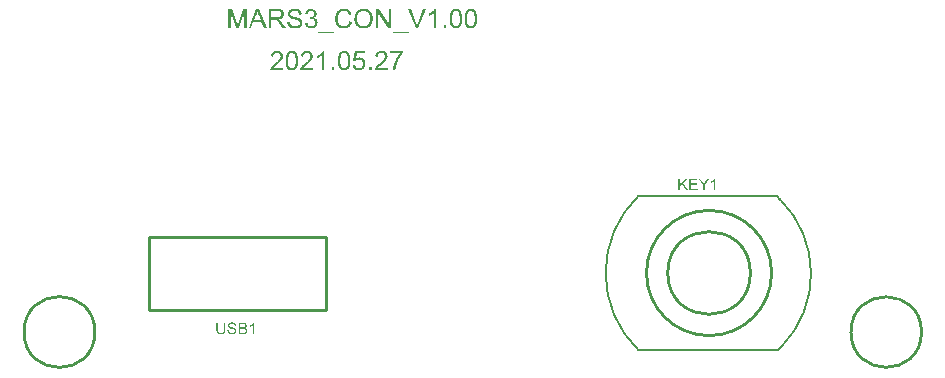
<source format=gto>
G04*
G04 #@! TF.GenerationSoftware,Altium Limited,Altium Designer,18.1.9 (240)*
G04*
G04 Layer_Color=65535*
%FSLAX25Y25*%
%MOIN*%
G70*
G01*
G75*
%ADD10C,0.01000*%
%ADD11C,0.00500*%
G36*
X150932Y112568D02*
X148369D01*
X148027Y110839D01*
X148036Y110848D01*
X148055Y110857D01*
X148082Y110876D01*
X148129Y110904D01*
X148184Y110931D01*
X148249Y110968D01*
X148397Y111042D01*
X148582Y111116D01*
X148785Y111181D01*
X149007Y111227D01*
X149118Y111246D01*
X149322D01*
X149378Y111237D01*
X149451Y111227D01*
X149535Y111218D01*
X149627Y111199D01*
X149729Y111172D01*
X149951Y111107D01*
X150071Y111061D01*
X150191Y110996D01*
X150312Y110931D01*
X150432Y110857D01*
X150543Y110765D01*
X150654Y110663D01*
X150663Y110654D01*
X150682Y110635D01*
X150709Y110608D01*
X150747Y110561D01*
X150793Y110496D01*
X150839Y110432D01*
X150894Y110348D01*
X150950Y110256D01*
X150996Y110154D01*
X151052Y110043D01*
X151098Y109914D01*
X151144Y109784D01*
X151181Y109645D01*
X151209Y109488D01*
X151227Y109331D01*
X151237Y109165D01*
Y109155D01*
Y109127D01*
Y109081D01*
X151227Y109017D01*
X151218Y108942D01*
X151209Y108859D01*
X151190Y108757D01*
X151172Y108656D01*
X151117Y108415D01*
X151024Y108166D01*
X150969Y108036D01*
X150894Y107916D01*
X150821Y107786D01*
X150728Y107666D01*
X150719Y107657D01*
X150700Y107629D01*
X150663Y107592D01*
X150617Y107546D01*
X150552Y107490D01*
X150478Y107416D01*
X150386Y107352D01*
X150284Y107278D01*
X150173Y107203D01*
X150043Y107139D01*
X149905Y107074D01*
X149757Y107009D01*
X149600Y106963D01*
X149424Y106926D01*
X149239Y106898D01*
X149045Y106889D01*
X148961D01*
X148897Y106898D01*
X148822Y106907D01*
X148739Y106917D01*
X148637Y106926D01*
X148536Y106954D01*
X148304Y107009D01*
X148073Y107092D01*
X147953Y107148D01*
X147833Y107213D01*
X147722Y107287D01*
X147611Y107370D01*
X147601Y107379D01*
X147583Y107388D01*
X147564Y107425D01*
X147528Y107463D01*
X147481Y107509D01*
X147435Y107564D01*
X147380Y107638D01*
X147333Y107721D01*
X147278Y107805D01*
X147222Y107906D01*
X147120Y108128D01*
X147037Y108387D01*
X147010Y108526D01*
X146991Y108674D01*
X147814Y108739D01*
Y108730D01*
Y108711D01*
X147824Y108684D01*
X147833Y108637D01*
X147861Y108536D01*
X147898Y108397D01*
X147953Y108258D01*
X148027Y108101D01*
X148119Y107962D01*
X148231Y107833D01*
X148249Y107823D01*
X148286Y107786D01*
X148360Y107740D01*
X148462Y107685D01*
X148573Y107629D01*
X148712Y107583D01*
X148869Y107546D01*
X149045Y107536D01*
X149100D01*
X149137Y107546D01*
X149248Y107555D01*
X149378Y107592D01*
X149535Y107638D01*
X149692Y107712D01*
X149858Y107823D01*
X149933Y107888D01*
X150006Y107962D01*
X150016Y107971D01*
X150025Y107981D01*
X150043Y108008D01*
X150071Y108036D01*
X150136Y108138D01*
X150210Y108267D01*
X150275Y108424D01*
X150339Y108619D01*
X150386Y108850D01*
X150404Y108970D01*
Y109100D01*
Y109109D01*
Y109127D01*
Y109165D01*
X150395Y109211D01*
Y109266D01*
X150386Y109331D01*
X150358Y109479D01*
X150312Y109655D01*
X150247Y109830D01*
X150154Y109997D01*
X150025Y110154D01*
Y110163D01*
X150006Y110173D01*
X149960Y110219D01*
X149877Y110284D01*
X149766Y110358D01*
X149618Y110423D01*
X149451Y110487D01*
X149257Y110533D01*
X149146Y110552D01*
X148970D01*
X148897Y110543D01*
X148804Y110533D01*
X148693Y110506D01*
X148582Y110478D01*
X148462Y110432D01*
X148342Y110376D01*
X148332Y110367D01*
X148295Y110348D01*
X148240Y110302D01*
X148166Y110256D01*
X148092Y110191D01*
X148018Y110108D01*
X147934Y110025D01*
X147870Y109923D01*
X147130Y110025D01*
X147749Y113318D01*
X150932Y113318D01*
Y112568D01*
D02*
G37*
G36*
X163632Y112698D02*
X163622Y112689D01*
X163604Y112670D01*
X163567Y112633D01*
X163530Y112578D01*
X163475Y112513D01*
X163400Y112439D01*
X163327Y112346D01*
X163243Y112235D01*
X163160Y112125D01*
X163058Y111995D01*
X162957Y111847D01*
X162855Y111699D01*
X162744Y111532D01*
X162633Y111357D01*
X162522Y111162D01*
X162411Y110968D01*
X162401Y110959D01*
X162383Y110922D01*
X162355Y110866D01*
X162309Y110783D01*
X162263Y110681D01*
X162207Y110571D01*
X162143Y110441D01*
X162078Y110293D01*
X162004Y110126D01*
X161920Y109960D01*
X161846Y109775D01*
X161773Y109581D01*
X161625Y109183D01*
X161486Y108757D01*
Y108748D01*
X161477Y108721D01*
X161467Y108674D01*
X161449Y108619D01*
X161430Y108545D01*
X161412Y108452D01*
X161384Y108351D01*
X161365Y108239D01*
X161338Y108110D01*
X161310Y107971D01*
X161264Y107675D01*
X161217Y107352D01*
X161190Y107000D01*
X160385D01*
Y107009D01*
Y107037D01*
Y107074D01*
X160394Y107130D01*
Y107203D01*
X160404Y107296D01*
X160413Y107398D01*
X160422Y107509D01*
X160441Y107638D01*
X160459Y107768D01*
X160487Y107925D01*
X160514Y108082D01*
X160542Y108249D01*
X160579Y108434D01*
X160672Y108813D01*
Y108822D01*
X160681Y108859D01*
X160699Y108915D01*
X160727Y108998D01*
X160755Y109090D01*
X160792Y109202D01*
X160829Y109331D01*
X160884Y109470D01*
X160940Y109627D01*
X160995Y109784D01*
X161134Y110136D01*
X161301Y110506D01*
X161486Y110876D01*
X161495Y110885D01*
X161513Y110922D01*
X161541Y110968D01*
X161578Y111042D01*
X161625Y111126D01*
X161689Y111227D01*
X161754Y111338D01*
X161828Y111459D01*
X162004Y111727D01*
X162189Y112004D01*
X162401Y112291D01*
X162624Y112559D01*
X159488D01*
Y113318D01*
X163632D01*
Y112698D01*
D02*
G37*
G36*
X156731Y113419D02*
X156805Y113410D01*
X156898Y113401D01*
X157000Y113382D01*
X157101Y113364D01*
X157342Y113299D01*
X157582Y113207D01*
X157703Y113151D01*
X157823Y113086D01*
X157934Y113003D01*
X158036Y112911D01*
X158045Y112901D01*
X158063Y112892D01*
X158082Y112855D01*
X158119Y112818D01*
X158165Y112772D01*
X158211Y112707D01*
X158257Y112643D01*
X158313Y112559D01*
X158405Y112383D01*
X158498Y112162D01*
X158535Y112050D01*
X158554Y111921D01*
X158572Y111792D01*
X158581Y111653D01*
Y111634D01*
Y111588D01*
X158572Y111514D01*
X158563Y111412D01*
X158544Y111301D01*
X158507Y111172D01*
X158470Y111033D01*
X158415Y110894D01*
X158405Y110876D01*
X158387Y110829D01*
X158350Y110756D01*
X158294Y110654D01*
X158221Y110543D01*
X158128Y110404D01*
X158017Y110265D01*
X157887Y110108D01*
X157869Y110090D01*
X157823Y110034D01*
X157776Y109988D01*
X157730Y109941D01*
X157675Y109886D01*
X157601Y109812D01*
X157527Y109738D01*
X157434Y109655D01*
X157342Y109562D01*
X157231Y109460D01*
X157111Y109359D01*
X156981Y109239D01*
X156833Y109118D01*
X156685Y108989D01*
X156676Y108979D01*
X156657Y108961D01*
X156620Y108933D01*
X156574Y108896D01*
X156518Y108841D01*
X156454Y108785D01*
X156306Y108665D01*
X156149Y108526D01*
X156000Y108387D01*
X155871Y108267D01*
X155815Y108221D01*
X155769Y108175D01*
X155760Y108166D01*
X155732Y108138D01*
X155695Y108101D01*
X155649Y108045D01*
X155603Y107981D01*
X155547Y107916D01*
X155436Y107758D01*
X158590D01*
Y107000D01*
X154345D01*
Y107009D01*
Y107046D01*
Y107102D01*
X154354Y107176D01*
X154363Y107259D01*
X154382Y107352D01*
X154400Y107444D01*
X154437Y107546D01*
Y107555D01*
X154446Y107564D01*
X154465Y107620D01*
X154502Y107703D01*
X154558Y107814D01*
X154631Y107943D01*
X154724Y108091D01*
X154826Y108239D01*
X154955Y108397D01*
Y108406D01*
X154974Y108415D01*
X155020Y108471D01*
X155103Y108554D01*
X155224Y108674D01*
X155362Y108813D01*
X155538Y108979D01*
X155751Y109165D01*
X155982Y109359D01*
X155991Y109368D01*
X156028Y109396D01*
X156084Y109442D01*
X156149Y109497D01*
X156232Y109572D01*
X156333Y109655D01*
X156435Y109747D01*
X156555Y109849D01*
X156787Y110071D01*
X157018Y110293D01*
X157129Y110404D01*
X157231Y110515D01*
X157323Y110617D01*
X157397Y110719D01*
Y110728D01*
X157416Y110737D01*
X157434Y110765D01*
X157453Y110802D01*
X157518Y110904D01*
X157591Y111024D01*
X157656Y111172D01*
X157721Y111329D01*
X157758Y111505D01*
X157776Y111671D01*
Y111680D01*
Y111690D01*
X157767Y111745D01*
X157758Y111838D01*
X157730Y111940D01*
X157693Y112069D01*
X157629Y112198D01*
X157545Y112328D01*
X157434Y112458D01*
X157416Y112476D01*
X157369Y112513D01*
X157305Y112559D01*
X157203Y112624D01*
X157073Y112680D01*
X156925Y112735D01*
X156750Y112772D01*
X156555Y112781D01*
X156500D01*
X156463Y112772D01*
X156352Y112763D01*
X156222Y112735D01*
X156084Y112698D01*
X155927Y112633D01*
X155779Y112550D01*
X155640Y112439D01*
X155621Y112420D01*
X155584Y112374D01*
X155529Y112300D01*
X155473Y112189D01*
X155409Y112060D01*
X155353Y111893D01*
X155316Y111708D01*
X155298Y111495D01*
X154493Y111579D01*
Y111588D01*
X154502Y111616D01*
Y111662D01*
X154511Y111727D01*
X154530Y111801D01*
X154548Y111884D01*
X154576Y111986D01*
X154604Y112088D01*
X154678Y112310D01*
X154789Y112531D01*
X154853Y112643D01*
X154937Y112753D01*
X155020Y112855D01*
X155113Y112948D01*
X155122Y112957D01*
X155140Y112966D01*
X155168Y112994D01*
X155214Y113022D01*
X155270Y113059D01*
X155334Y113096D01*
X155409Y113142D01*
X155501Y113188D01*
X155603Y113234D01*
X155714Y113281D01*
X155834Y113318D01*
X155964Y113355D01*
X156102Y113382D01*
X156250Y113410D01*
X156407Y113419D01*
X156574Y113429D01*
X156667D01*
X156731Y113419D01*
D02*
G37*
G36*
X153309Y107000D02*
X152411D01*
Y107897D01*
X153309D01*
Y107000D01*
D02*
G37*
G36*
X140867Y107000D02*
X139970D01*
Y107897D01*
X140867D01*
Y107000D01*
D02*
G37*
G36*
X137510D02*
X136723D01*
Y112004D01*
X136714Y111995D01*
X136668Y111958D01*
X136612Y111902D01*
X136520Y111838D01*
X136418Y111755D01*
X136289Y111662D01*
X136141Y111560D01*
X135974Y111459D01*
X135965D01*
X135956Y111449D01*
X135900Y111412D01*
X135808Y111366D01*
X135697Y111311D01*
X135567Y111246D01*
X135429Y111181D01*
X135290Y111116D01*
X135151Y111061D01*
Y111819D01*
X135160D01*
X135179Y111838D01*
X135216Y111847D01*
X135262Y111875D01*
X135318Y111902D01*
X135382Y111940D01*
X135539Y112032D01*
X135724Y112134D01*
X135909Y112263D01*
X136104Y112411D01*
X136298Y112568D01*
X136307Y112578D01*
X136317Y112587D01*
X136344Y112615D01*
X136381Y112643D01*
X136465Y112735D01*
X136575Y112846D01*
X136687Y112976D01*
X136807Y113124D01*
X136908Y113271D01*
X137001Y113429D01*
X137510D01*
Y107000D01*
D02*
G37*
G36*
X131849Y113419D02*
X131923Y113410D01*
X132015Y113401D01*
X132117Y113382D01*
X132219Y113364D01*
X132459Y113299D01*
X132700Y113207D01*
X132820Y113151D01*
X132940Y113086D01*
X133051Y113003D01*
X133153Y112911D01*
X133162Y112901D01*
X133181Y112892D01*
X133199Y112855D01*
X133236Y112818D01*
X133282Y112772D01*
X133329Y112707D01*
X133375Y112643D01*
X133431Y112559D01*
X133523Y112383D01*
X133616Y112162D01*
X133652Y112050D01*
X133671Y111921D01*
X133689Y111792D01*
X133699Y111653D01*
Y111634D01*
Y111588D01*
X133689Y111514D01*
X133680Y111412D01*
X133662Y111301D01*
X133625Y111172D01*
X133588Y111033D01*
X133532Y110894D01*
X133523Y110876D01*
X133504Y110829D01*
X133467Y110756D01*
X133412Y110654D01*
X133338Y110543D01*
X133246Y110404D01*
X133134Y110265D01*
X133005Y110108D01*
X132986Y110090D01*
X132940Y110034D01*
X132894Y109988D01*
X132848Y109941D01*
X132792Y109886D01*
X132718Y109812D01*
X132644Y109738D01*
X132552Y109655D01*
X132459Y109562D01*
X132348Y109460D01*
X132228Y109359D01*
X132098Y109239D01*
X131950Y109118D01*
X131802Y108989D01*
X131793Y108979D01*
X131775Y108961D01*
X131738Y108933D01*
X131692Y108896D01*
X131636Y108841D01*
X131571Y108785D01*
X131423Y108665D01*
X131266Y108526D01*
X131118Y108387D01*
X130989Y108267D01*
X130933Y108221D01*
X130887Y108175D01*
X130877Y108166D01*
X130850Y108138D01*
X130813Y108101D01*
X130766Y108045D01*
X130720Y107981D01*
X130665Y107916D01*
X130554Y107758D01*
X133708D01*
Y107000D01*
X129462D01*
Y107009D01*
Y107046D01*
Y107102D01*
X129472Y107176D01*
X129481Y107259D01*
X129499Y107352D01*
X129518Y107444D01*
X129555Y107546D01*
Y107555D01*
X129564Y107564D01*
X129583Y107620D01*
X129620Y107703D01*
X129675Y107814D01*
X129749Y107943D01*
X129841Y108091D01*
X129943Y108239D01*
X130073Y108397D01*
Y108406D01*
X130091Y108415D01*
X130138Y108471D01*
X130221Y108554D01*
X130341Y108674D01*
X130480Y108813D01*
X130656Y108979D01*
X130868Y109165D01*
X131099Y109359D01*
X131109Y109368D01*
X131146Y109396D01*
X131201Y109442D01*
X131266Y109497D01*
X131349Y109572D01*
X131451Y109655D01*
X131553Y109747D01*
X131673Y109849D01*
X131904Y110071D01*
X132135Y110293D01*
X132246Y110404D01*
X132348Y110515D01*
X132441Y110617D01*
X132515Y110719D01*
Y110728D01*
X132533Y110737D01*
X132552Y110765D01*
X132570Y110802D01*
X132635Y110904D01*
X132709Y111024D01*
X132774Y111172D01*
X132838Y111329D01*
X132876Y111505D01*
X132894Y111671D01*
Y111680D01*
Y111690D01*
X132885Y111745D01*
X132876Y111838D01*
X132848Y111940D01*
X132811Y112069D01*
X132746Y112198D01*
X132663Y112328D01*
X132552Y112458D01*
X132533Y112476D01*
X132487Y112513D01*
X132422Y112559D01*
X132320Y112624D01*
X132191Y112680D01*
X132043Y112735D01*
X131867Y112772D01*
X131673Y112781D01*
X131617D01*
X131580Y112772D01*
X131470Y112763D01*
X131340Y112735D01*
X131201Y112698D01*
X131044Y112633D01*
X130896Y112550D01*
X130757Y112439D01*
X130739Y112420D01*
X130702Y112374D01*
X130646Y112300D01*
X130591Y112189D01*
X130526Y112060D01*
X130471Y111893D01*
X130433Y111708D01*
X130415Y111495D01*
X129610Y111579D01*
Y111588D01*
X129620Y111616D01*
Y111662D01*
X129629Y111727D01*
X129647Y111801D01*
X129666Y111884D01*
X129693Y111986D01*
X129721Y112088D01*
X129795Y112310D01*
X129906Y112531D01*
X129971Y112643D01*
X130054Y112753D01*
X130138Y112855D01*
X130230Y112948D01*
X130239Y112957D01*
X130258Y112966D01*
X130286Y112994D01*
X130332Y113022D01*
X130387Y113059D01*
X130452Y113096D01*
X130526Y113142D01*
X130619Y113188D01*
X130720Y113234D01*
X130831Y113281D01*
X130951Y113318D01*
X131081Y113355D01*
X131220Y113382D01*
X131368Y113410D01*
X131525Y113419D01*
X131692Y113429D01*
X131784D01*
X131849Y113419D01*
D02*
G37*
G36*
X121896D02*
X121970Y113410D01*
X122062Y113401D01*
X122164Y113382D01*
X122266Y113364D01*
X122506Y113299D01*
X122747Y113207D01*
X122867Y113151D01*
X122987Y113086D01*
X123098Y113003D01*
X123200Y112911D01*
X123209Y112901D01*
X123228Y112892D01*
X123246Y112855D01*
X123283Y112818D01*
X123329Y112772D01*
X123376Y112707D01*
X123422Y112643D01*
X123477Y112559D01*
X123570Y112383D01*
X123662Y112162D01*
X123699Y112050D01*
X123718Y111921D01*
X123737Y111792D01*
X123746Y111653D01*
Y111634D01*
Y111588D01*
X123737Y111514D01*
X123727Y111412D01*
X123709Y111301D01*
X123672Y111172D01*
X123635Y111033D01*
X123579Y110894D01*
X123570Y110876D01*
X123551Y110829D01*
X123514Y110756D01*
X123459Y110654D01*
X123385Y110543D01*
X123293Y110404D01*
X123181Y110265D01*
X123052Y110108D01*
X123033Y110090D01*
X122987Y110034D01*
X122941Y109988D01*
X122895Y109941D01*
X122839Y109886D01*
X122765Y109812D01*
X122691Y109738D01*
X122599Y109655D01*
X122506Y109562D01*
X122395Y109460D01*
X122275Y109359D01*
X122145Y109239D01*
X121997Y109118D01*
X121850Y108989D01*
X121840Y108979D01*
X121822Y108961D01*
X121785Y108933D01*
X121739Y108896D01*
X121683Y108841D01*
X121618Y108785D01*
X121470Y108665D01*
X121313Y108526D01*
X121165Y108387D01*
X121036Y108267D01*
X120980Y108221D01*
X120934Y108175D01*
X120924Y108166D01*
X120897Y108138D01*
X120860Y108101D01*
X120814Y108045D01*
X120767Y107981D01*
X120712Y107916D01*
X120601Y107758D01*
X123755D01*
Y107000D01*
X119509D01*
Y107009D01*
Y107046D01*
Y107102D01*
X119518Y107176D01*
X119528Y107259D01*
X119546Y107352D01*
X119565Y107444D01*
X119602Y107546D01*
Y107555D01*
X119611Y107564D01*
X119630Y107620D01*
X119667Y107703D01*
X119722Y107814D01*
X119796Y107943D01*
X119888Y108091D01*
X119990Y108239D01*
X120120Y108397D01*
Y108406D01*
X120138Y108415D01*
X120185Y108471D01*
X120268Y108554D01*
X120388Y108674D01*
X120527Y108813D01*
X120703Y108979D01*
X120915Y109165D01*
X121147Y109359D01*
X121156Y109368D01*
X121193Y109396D01*
X121248Y109442D01*
X121313Y109497D01*
X121396Y109572D01*
X121498Y109655D01*
X121600Y109747D01*
X121720Y109849D01*
X121951Y110071D01*
X122183Y110293D01*
X122293Y110404D01*
X122395Y110515D01*
X122488Y110617D01*
X122562Y110719D01*
Y110728D01*
X122580Y110737D01*
X122599Y110765D01*
X122617Y110802D01*
X122682Y110904D01*
X122756Y111024D01*
X122821Y111172D01*
X122886Y111329D01*
X122923Y111505D01*
X122941Y111671D01*
Y111680D01*
Y111690D01*
X122932Y111745D01*
X122923Y111838D01*
X122895Y111940D01*
X122858Y112069D01*
X122793Y112198D01*
X122710Y112328D01*
X122599Y112458D01*
X122580Y112476D01*
X122534Y112513D01*
X122469Y112559D01*
X122368Y112624D01*
X122238Y112680D01*
X122090Y112735D01*
X121914Y112772D01*
X121720Y112781D01*
X121665D01*
X121627Y112772D01*
X121517Y112763D01*
X121387Y112735D01*
X121248Y112698D01*
X121091Y112633D01*
X120943Y112550D01*
X120804Y112439D01*
X120786Y112420D01*
X120749Y112374D01*
X120693Y112300D01*
X120638Y112189D01*
X120573Y112060D01*
X120518Y111893D01*
X120481Y111708D01*
X120462Y111495D01*
X119657Y111579D01*
Y111588D01*
X119667Y111616D01*
Y111662D01*
X119676Y111727D01*
X119694Y111801D01*
X119713Y111884D01*
X119740Y111986D01*
X119768Y112088D01*
X119842Y112310D01*
X119953Y112531D01*
X120018Y112643D01*
X120101Y112753D01*
X120185Y112855D01*
X120277Y112948D01*
X120286Y112957D01*
X120305Y112966D01*
X120333Y112994D01*
X120379Y113022D01*
X120434Y113059D01*
X120499Y113096D01*
X120573Y113142D01*
X120666Y113188D01*
X120767Y113234D01*
X120878Y113281D01*
X120999Y113318D01*
X121128Y113355D01*
X121267Y113382D01*
X121415Y113410D01*
X121572Y113419D01*
X121739Y113429D01*
X121831D01*
X121896Y113419D01*
D02*
G37*
G36*
X144290D02*
X144410Y113401D01*
X144549Y113373D01*
X144697Y113336D01*
X144854Y113290D01*
X145002Y113216D01*
X145011D01*
X145021Y113207D01*
X145067Y113179D01*
X145141Y113133D01*
X145234Y113068D01*
X145335Y112976D01*
X145446Y112874D01*
X145548Y112753D01*
X145650Y112615D01*
X145659Y112596D01*
X145696Y112550D01*
X145733Y112467D01*
X145798Y112346D01*
X145853Y112208D01*
X145927Y112050D01*
X145992Y111865D01*
X146047Y111662D01*
Y111653D01*
X146057Y111634D01*
X146066Y111607D01*
X146075Y111560D01*
X146084Y111505D01*
X146094Y111440D01*
X146112Y111357D01*
X146122Y111264D01*
X146140Y111162D01*
X146149Y111051D01*
X146159Y110922D01*
X146177Y110793D01*
X146186Y110644D01*
Y110496D01*
X146195Y110330D01*
Y110154D01*
Y110145D01*
Y110108D01*
Y110043D01*
Y109969D01*
X146186Y109868D01*
Y109757D01*
X146177Y109636D01*
X146168Y109507D01*
X146140Y109211D01*
X146094Y108905D01*
X146038Y108609D01*
X146001Y108471D01*
X145955Y108332D01*
Y108323D01*
X145946Y108304D01*
X145927Y108267D01*
X145909Y108221D01*
X145890Y108156D01*
X145853Y108091D01*
X145779Y107934D01*
X145687Y107768D01*
X145566Y107583D01*
X145428Y107416D01*
X145261Y107259D01*
X145252D01*
X145243Y107240D01*
X145215Y107222D01*
X145178Y107203D01*
X145132Y107176D01*
X145086Y107139D01*
X144947Y107074D01*
X144780Y107009D01*
X144586Y106945D01*
X144355Y106907D01*
X144105Y106889D01*
X144012D01*
X143948Y106898D01*
X143874Y106907D01*
X143781Y106926D01*
X143679Y106945D01*
X143569Y106972D01*
X143457Y107009D01*
X143337Y107046D01*
X143217Y107102D01*
X143097Y107167D01*
X142976Y107240D01*
X142856Y107333D01*
X142745Y107435D01*
X142643Y107546D01*
X142634Y107555D01*
X142616Y107583D01*
X142588Y107629D01*
X142542Y107703D01*
X142496Y107786D01*
X142449Y107897D01*
X142385Y108027D01*
X142329Y108175D01*
X142273Y108341D01*
X142218Y108536D01*
X142163Y108748D01*
X142116Y108989D01*
X142070Y109248D01*
X142042Y109525D01*
X142024Y109830D01*
X142015Y110154D01*
Y110163D01*
Y110201D01*
Y110265D01*
Y110339D01*
X142024Y110441D01*
Y110552D01*
X142033Y110672D01*
X142042Y110811D01*
X142070Y111098D01*
X142116Y111403D01*
X142172Y111708D01*
X142209Y111847D01*
X142246Y111986D01*
Y111995D01*
X142255Y112013D01*
X142273Y112050D01*
X142292Y112097D01*
X142311Y112162D01*
X142348Y112226D01*
X142421Y112383D01*
X142514Y112550D01*
X142634Y112726D01*
X142773Y112901D01*
X142939Y113049D01*
X142949D01*
X142958Y113068D01*
X142986Y113086D01*
X143023Y113105D01*
X143069Y113142D01*
X143124Y113170D01*
X143263Y113244D01*
X143430Y113309D01*
X143624Y113373D01*
X143855Y113410D01*
X144105Y113429D01*
X144188D01*
X144290Y113419D01*
D02*
G37*
G36*
X126872D02*
X126992Y113401D01*
X127131Y113373D01*
X127279Y113336D01*
X127436Y113290D01*
X127585Y113216D01*
X127594D01*
X127603Y113207D01*
X127649Y113179D01*
X127723Y113133D01*
X127816Y113068D01*
X127918Y112976D01*
X128029Y112874D01*
X128130Y112753D01*
X128232Y112615D01*
X128241Y112596D01*
X128278Y112550D01*
X128315Y112467D01*
X128380Y112346D01*
X128436Y112208D01*
X128509Y112050D01*
X128574Y111865D01*
X128630Y111662D01*
Y111653D01*
X128639Y111634D01*
X128648Y111607D01*
X128657Y111560D01*
X128667Y111505D01*
X128676Y111440D01*
X128694Y111357D01*
X128704Y111264D01*
X128722Y111162D01*
X128732Y111051D01*
X128741Y110922D01*
X128759Y110793D01*
X128769Y110644D01*
Y110496D01*
X128778Y110330D01*
Y110154D01*
Y110145D01*
Y110108D01*
Y110043D01*
Y109969D01*
X128769Y109868D01*
Y109757D01*
X128759Y109636D01*
X128750Y109507D01*
X128722Y109211D01*
X128676Y108905D01*
X128621Y108609D01*
X128584Y108471D01*
X128537Y108332D01*
Y108323D01*
X128528Y108304D01*
X128509Y108267D01*
X128491Y108221D01*
X128472Y108156D01*
X128436Y108091D01*
X128361Y107934D01*
X128269Y107768D01*
X128149Y107583D01*
X128010Y107416D01*
X127843Y107259D01*
X127834D01*
X127825Y107240D01*
X127797Y107222D01*
X127760Y107203D01*
X127714Y107176D01*
X127668Y107139D01*
X127529Y107074D01*
X127363Y107009D01*
X127168Y106945D01*
X126937Y106907D01*
X126687Y106889D01*
X126595D01*
X126530Y106898D01*
X126456Y106907D01*
X126364Y106926D01*
X126262Y106945D01*
X126151Y106972D01*
X126040Y107009D01*
X125919Y107046D01*
X125799Y107102D01*
X125679Y107167D01*
X125559Y107240D01*
X125438Y107333D01*
X125328Y107435D01*
X125226Y107546D01*
X125216Y107555D01*
X125198Y107583D01*
X125170Y107629D01*
X125124Y107703D01*
X125078Y107786D01*
X125031Y107897D01*
X124967Y108027D01*
X124911Y108175D01*
X124856Y108341D01*
X124800Y108536D01*
X124745Y108748D01*
X124698Y108989D01*
X124652Y109248D01*
X124625Y109525D01*
X124606Y109830D01*
X124597Y110154D01*
Y110163D01*
Y110201D01*
Y110265D01*
Y110339D01*
X124606Y110441D01*
Y110552D01*
X124615Y110672D01*
X124625Y110811D01*
X124652Y111098D01*
X124698Y111403D01*
X124754Y111708D01*
X124791Y111847D01*
X124828Y111986D01*
Y111995D01*
X124837Y112013D01*
X124856Y112050D01*
X124874Y112097D01*
X124893Y112162D01*
X124930Y112226D01*
X125004Y112383D01*
X125096Y112550D01*
X125216Y112726D01*
X125355Y112901D01*
X125522Y113049D01*
X125531D01*
X125540Y113068D01*
X125568Y113086D01*
X125605Y113105D01*
X125651Y113142D01*
X125707Y113170D01*
X125846Y113244D01*
X126012Y113309D01*
X126206Y113373D01*
X126437Y113410D01*
X126687Y113429D01*
X126770D01*
X126872Y113419D01*
D02*
G37*
G36*
X127793Y127503D02*
X127857D01*
X128033Y127484D01*
X128227Y127456D01*
X128431Y127410D01*
X128653Y127355D01*
X128856Y127281D01*
X128866D01*
X128884Y127271D01*
X128912Y127253D01*
X128949Y127234D01*
X129041Y127188D01*
X129162Y127105D01*
X129300Y127013D01*
X129439Y126892D01*
X129569Y126753D01*
X129689Y126596D01*
Y126587D01*
X129698Y126578D01*
X129717Y126550D01*
X129735Y126522D01*
X129781Y126430D01*
X129837Y126310D01*
X129902Y126162D01*
X129948Y125986D01*
X129994Y125801D01*
X130013Y125597D01*
X129199Y125532D01*
Y125542D01*
Y125560D01*
X129189Y125588D01*
X129180Y125634D01*
X129152Y125736D01*
X129115Y125875D01*
X129060Y126023D01*
X128977Y126171D01*
X128875Y126310D01*
X128745Y126439D01*
X128727Y126448D01*
X128681Y126485D01*
X128588Y126541D01*
X128468Y126596D01*
X128311Y126652D01*
X128126Y126707D01*
X127894Y126744D01*
X127635Y126753D01*
X127506D01*
X127450Y126744D01*
X127376Y126735D01*
X127210Y126716D01*
X127025Y126680D01*
X126840Y126633D01*
X126664Y126559D01*
X126590Y126513D01*
X126516Y126467D01*
X126497Y126458D01*
X126461Y126420D01*
X126405Y126356D01*
X126349Y126282D01*
X126285Y126180D01*
X126229Y126069D01*
X126192Y125940D01*
X126174Y125792D01*
Y125773D01*
Y125736D01*
X126183Y125671D01*
X126201Y125597D01*
X126229Y125505D01*
X126276Y125412D01*
X126331Y125320D01*
X126414Y125227D01*
X126424Y125218D01*
X126470Y125190D01*
X126507Y125162D01*
X126544Y125144D01*
X126599Y125116D01*
X126664Y125079D01*
X126747Y125051D01*
X126840Y125014D01*
X126942Y124978D01*
X127062Y124931D01*
X127191Y124894D01*
X127339Y124848D01*
X127506Y124811D01*
X127691Y124765D01*
X127700D01*
X127737Y124756D01*
X127793Y124746D01*
X127857Y124728D01*
X127940Y124709D01*
X128042Y124681D01*
X128144Y124654D01*
X128255Y124626D01*
X128496Y124561D01*
X128727Y124496D01*
X128838Y124460D01*
X128939Y124423D01*
X129032Y124395D01*
X129106Y124358D01*
X129115D01*
X129134Y124348D01*
X129162Y124330D01*
X129199Y124311D01*
X129300Y124256D01*
X129420Y124182D01*
X129559Y124080D01*
X129698Y123969D01*
X129827Y123840D01*
X129938Y123701D01*
X129948Y123682D01*
X129985Y123636D01*
X130022Y123553D01*
X130077Y123442D01*
X130123Y123312D01*
X130170Y123155D01*
X130198Y122979D01*
X130207Y122794D01*
Y122785D01*
Y122776D01*
Y122748D01*
Y122711D01*
X130188Y122609D01*
X130170Y122480D01*
X130133Y122332D01*
X130087Y122175D01*
X130013Y122008D01*
X129911Y121833D01*
Y121823D01*
X129902Y121814D01*
X129855Y121758D01*
X129790Y121675D01*
X129698Y121583D01*
X129578Y121472D01*
X129430Y121352D01*
X129263Y121240D01*
X129069Y121139D01*
X129060D01*
X129041Y121130D01*
X129014Y121120D01*
X128977Y121102D01*
X128921Y121083D01*
X128856Y121055D01*
X128708Y121019D01*
X128533Y120972D01*
X128320Y120926D01*
X128088Y120898D01*
X127839Y120889D01*
X127691D01*
X127617Y120898D01*
X127533D01*
X127441Y120907D01*
X127330Y120917D01*
X127099Y120954D01*
X126858Y120991D01*
X126618Y121055D01*
X126386Y121139D01*
X126377D01*
X126359Y121148D01*
X126331Y121167D01*
X126294Y121185D01*
X126183Y121240D01*
X126054Y121324D01*
X125906Y121435D01*
X125748Y121564D01*
X125600Y121721D01*
X125461Y121897D01*
Y121906D01*
X125443Y121925D01*
X125434Y121953D01*
X125406Y121990D01*
X125388Y122036D01*
X125360Y122091D01*
X125295Y122230D01*
X125230Y122406D01*
X125175Y122600D01*
X125138Y122822D01*
X125119Y123054D01*
X125915Y123127D01*
Y123118D01*
Y123109D01*
X125924Y123081D01*
Y123044D01*
X125943Y122961D01*
X125970Y122841D01*
X126007Y122721D01*
X126044Y122582D01*
X126109Y122452D01*
X126174Y122332D01*
X126183Y122323D01*
X126211Y122286D01*
X126257Y122221D01*
X126331Y122156D01*
X126424Y122073D01*
X126525Y121990D01*
X126664Y121906D01*
X126812Y121833D01*
X126821D01*
X126830Y121823D01*
X126858Y121814D01*
X126886Y121805D01*
X126979Y121777D01*
X127099Y121740D01*
X127247Y121703D01*
X127413Y121675D01*
X127598Y121657D01*
X127802Y121648D01*
X127885D01*
X127978Y121657D01*
X128088Y121666D01*
X128218Y121685D01*
X128366Y121703D01*
X128514Y121740D01*
X128653Y121786D01*
X128671Y121795D01*
X128718Y121814D01*
X128782Y121851D01*
X128866Y121888D01*
X128949Y121953D01*
X129041Y122018D01*
X129134Y122091D01*
X129208Y122184D01*
X129217Y122193D01*
X129235Y122230D01*
X129263Y122276D01*
X129300Y122351D01*
X129337Y122424D01*
X129365Y122517D01*
X129384Y122619D01*
X129393Y122730D01*
Y122739D01*
Y122785D01*
X129384Y122841D01*
X129374Y122915D01*
X129347Y122989D01*
X129319Y123081D01*
X129272Y123174D01*
X129208Y123257D01*
X129199Y123266D01*
X129171Y123294D01*
X129134Y123331D01*
X129069Y123387D01*
X128995Y123442D01*
X128893Y123507D01*
X128773Y123572D01*
X128634Y123627D01*
X128625Y123636D01*
X128579Y123645D01*
X128505Y123673D01*
X128458Y123682D01*
X128394Y123701D01*
X128329Y123729D01*
X128246Y123747D01*
X128153Y123775D01*
X128042Y123803D01*
X127931Y123830D01*
X127802Y123867D01*
X127654Y123905D01*
X127497Y123942D01*
X127487D01*
X127460Y123951D01*
X127413Y123960D01*
X127358Y123978D01*
X127284Y123997D01*
X127200Y124015D01*
X127015Y124071D01*
X126812Y124136D01*
X126599Y124200D01*
X126414Y124265D01*
X126331Y124302D01*
X126257Y124339D01*
X126248D01*
X126239Y124348D01*
X126183Y124385D01*
X126100Y124432D01*
X126007Y124506D01*
X125896Y124589D01*
X125785Y124691D01*
X125674Y124811D01*
X125582Y124941D01*
X125573Y124959D01*
X125545Y125005D01*
X125508Y125079D01*
X125471Y125172D01*
X125434Y125292D01*
X125397Y125431D01*
X125369Y125579D01*
X125360Y125736D01*
Y125745D01*
Y125754D01*
Y125782D01*
Y125819D01*
X125378Y125912D01*
X125397Y126032D01*
X125425Y126171D01*
X125471Y126328D01*
X125536Y126485D01*
X125628Y126643D01*
Y126652D01*
X125637Y126661D01*
X125683Y126716D01*
X125748Y126790D01*
X125831Y126883D01*
X125943Y126985D01*
X126081Y127096D01*
X126248Y127198D01*
X126433Y127290D01*
X126442D01*
X126461Y127299D01*
X126488Y127308D01*
X126525Y127327D01*
X126572Y127346D01*
X126636Y127364D01*
X126775Y127401D01*
X126951Y127438D01*
X127154Y127475D01*
X127367Y127503D01*
X127608Y127512D01*
X127728D01*
X127793Y127503D01*
D02*
G37*
G36*
X144248Y127503D02*
X144332Y127494D01*
X144433Y127484D01*
X144535Y127475D01*
X144655Y127447D01*
X144905Y127392D01*
X145183Y127308D01*
X145321Y127253D01*
X145451Y127188D01*
X145580Y127105D01*
X145710Y127022D01*
X145719Y127013D01*
X145738Y127003D01*
X145774Y126976D01*
X145821Y126929D01*
X145867Y126883D01*
X145932Y126818D01*
X145996Y126744D01*
X146071Y126670D01*
X146144Y126578D01*
X146219Y126467D01*
X146302Y126356D01*
X146376Y126235D01*
X146440Y126097D01*
X146514Y125958D01*
X146570Y125810D01*
X146625Y125644D01*
X145793Y125449D01*
Y125459D01*
X145784Y125477D01*
X145765Y125514D01*
X145747Y125560D01*
X145728Y125616D01*
X145701Y125690D01*
X145626Y125838D01*
X145534Y126004D01*
X145423Y126171D01*
X145284Y126328D01*
X145136Y126467D01*
X145118Y126485D01*
X145062Y126522D01*
X144970Y126568D01*
X144850Y126633D01*
X144692Y126689D01*
X144517Y126744D01*
X144304Y126781D01*
X144072Y126790D01*
X143999D01*
X143952Y126781D01*
X143887D01*
X143814Y126772D01*
X143638Y126744D01*
X143444Y126707D01*
X143240Y126643D01*
X143027Y126550D01*
X142833Y126430D01*
X142824D01*
X142815Y126411D01*
X142750Y126365D01*
X142666Y126291D01*
X142565Y126180D01*
X142445Y126041D01*
X142333Y125884D01*
X142232Y125690D01*
X142139Y125477D01*
Y125468D01*
X142130Y125449D01*
X142121Y125422D01*
X142112Y125375D01*
X142093Y125320D01*
X142075Y125255D01*
X142047Y125098D01*
X142010Y124913D01*
X141973Y124709D01*
X141954Y124487D01*
X141945Y124247D01*
Y124238D01*
Y124210D01*
Y124163D01*
Y124108D01*
X141954Y124043D01*
Y123960D01*
X141964Y123867D01*
X141973Y123766D01*
X142000Y123544D01*
X142047Y123303D01*
X142102Y123063D01*
X142176Y122822D01*
Y122813D01*
X142185Y122794D01*
X142204Y122767D01*
X142222Y122721D01*
X142278Y122609D01*
X142361Y122480D01*
X142463Y122332D01*
X142593Y122175D01*
X142740Y122036D01*
X142916Y121906D01*
X142926D01*
X142944Y121897D01*
X142972Y121879D01*
X143009Y121860D01*
X143055Y121842D01*
X143111Y121814D01*
X143240Y121758D01*
X143406Y121703D01*
X143591Y121657D01*
X143795Y121620D01*
X144008Y121610D01*
X144072D01*
X144128Y121620D01*
X144193D01*
X144257Y121629D01*
X144424Y121666D01*
X144618Y121712D01*
X144813Y121786D01*
X145016Y121888D01*
X145118Y121943D01*
X145210Y122018D01*
X145220Y122027D01*
X145229Y122036D01*
X145256Y122064D01*
X145293Y122091D01*
X145331Y122138D01*
X145377Y122193D01*
X145432Y122249D01*
X145478Y122323D01*
X145534Y122406D01*
X145599Y122499D01*
X145654Y122591D01*
X145710Y122702D01*
X145756Y122822D01*
X145802Y122952D01*
X145849Y123091D01*
X145886Y123239D01*
X146737Y123026D01*
Y123017D01*
X146727Y122979D01*
X146709Y122924D01*
X146681Y122850D01*
X146653Y122767D01*
X146616Y122665D01*
X146570Y122554D01*
X146514Y122434D01*
X146385Y122175D01*
X146219Y121916D01*
X146117Y121786D01*
X146015Y121657D01*
X145904Y121546D01*
X145774Y121435D01*
X145765Y121425D01*
X145747Y121407D01*
X145701Y121388D01*
X145654Y121352D01*
X145580Y121305D01*
X145506Y121259D01*
X145405Y121213D01*
X145303Y121167D01*
X145183Y121111D01*
X145053Y121065D01*
X144914Y121019D01*
X144766Y120972D01*
X144609Y120935D01*
X144442Y120917D01*
X144267Y120898D01*
X144082Y120889D01*
X143980D01*
X143906Y120898D01*
X143823D01*
X143721Y120907D01*
X143610Y120926D01*
X143481Y120944D01*
X143212Y120991D01*
X142935Y121065D01*
X142657Y121167D01*
X142528Y121231D01*
X142398Y121305D01*
X142389Y121315D01*
X142370Y121324D01*
X142333Y121352D01*
X142297Y121388D01*
X142241Y121425D01*
X142176Y121481D01*
X142102Y121546D01*
X142028Y121620D01*
X141954Y121703D01*
X141871Y121786D01*
X141704Y121999D01*
X141547Y122249D01*
X141409Y122526D01*
Y122536D01*
X141390Y122563D01*
X141381Y122609D01*
X141353Y122665D01*
X141334Y122739D01*
X141307Y122831D01*
X141270Y122933D01*
X141242Y123044D01*
X141214Y123164D01*
X141177Y123303D01*
X141131Y123590D01*
X141094Y123914D01*
X141076Y124247D01*
Y124256D01*
Y124293D01*
Y124348D01*
X141085Y124413D01*
Y124506D01*
X141094Y124598D01*
X141103Y124718D01*
X141122Y124839D01*
X141168Y125107D01*
X141233Y125403D01*
X141325Y125699D01*
X141455Y125986D01*
X141464Y125995D01*
X141473Y126023D01*
X141492Y126060D01*
X141529Y126106D01*
X141566Y126171D01*
X141612Y126245D01*
X141732Y126411D01*
X141890Y126596D01*
X142075Y126781D01*
X142287Y126966D01*
X142537Y127123D01*
X142546Y127133D01*
X142574Y127142D01*
X142611Y127161D01*
X142657Y127188D01*
X142731Y127216D01*
X142805Y127244D01*
X142898Y127281D01*
X142999Y127318D01*
X143111Y127355D01*
X143231Y127392D01*
X143490Y127447D01*
X143786Y127494D01*
X144091Y127512D01*
X144184D01*
X144248Y127503D01*
D02*
G37*
G36*
X133250Y127419D02*
X133370Y127401D01*
X133518Y127373D01*
X133685Y127327D01*
X133851Y127271D01*
X134018Y127198D01*
X134027D01*
X134036Y127188D01*
X134092Y127161D01*
X134175Y127105D01*
X134267Y127040D01*
X134379Y126948D01*
X134490Y126846D01*
X134600Y126726D01*
X134693Y126587D01*
X134702Y126568D01*
X134730Y126522D01*
X134767Y126439D01*
X134813Y126337D01*
X134860Y126217D01*
X134897Y126078D01*
X134924Y125921D01*
X134933Y125764D01*
Y125745D01*
Y125690D01*
X134924Y125616D01*
X134906Y125514D01*
X134878Y125394D01*
X134832Y125264D01*
X134776Y125135D01*
X134702Y125005D01*
X134693Y124987D01*
X134665Y124950D01*
X134610Y124885D01*
X134536Y124811D01*
X134443Y124728D01*
X134332Y124635D01*
X134203Y124552D01*
X134046Y124469D01*
X134055D01*
X134073Y124460D01*
X134101Y124450D01*
X134138Y124441D01*
X134240Y124404D01*
X134369Y124348D01*
X134517Y124275D01*
X134665Y124182D01*
X134804Y124062D01*
X134933Y123923D01*
X134943Y123905D01*
X134980Y123849D01*
X135035Y123757D01*
X135091Y123636D01*
X135146Y123488D01*
X135202Y123312D01*
X135239Y123109D01*
X135248Y122887D01*
Y122878D01*
Y122850D01*
Y122804D01*
X135239Y122748D01*
X135230Y122674D01*
X135211Y122591D01*
X135193Y122499D01*
X135174Y122397D01*
X135100Y122175D01*
X135045Y122055D01*
X134989Y121943D01*
X134915Y121823D01*
X134832Y121703D01*
X134739Y121583D01*
X134628Y121472D01*
X134619Y121463D01*
X134600Y121444D01*
X134564Y121416D01*
X134517Y121379D01*
X134462Y121333D01*
X134388Y121287D01*
X134304Y121231D01*
X134203Y121185D01*
X134101Y121130D01*
X133981Y121074D01*
X133861Y121028D01*
X133722Y120982D01*
X133574Y120944D01*
X133416Y120917D01*
X133259Y120898D01*
X133083Y120889D01*
X133000D01*
X132945Y120898D01*
X132871Y120907D01*
X132788Y120917D01*
X132695Y120935D01*
X132593Y120954D01*
X132371Y121009D01*
X132140Y121102D01*
X132020Y121157D01*
X131909Y121222D01*
X131798Y121305D01*
X131687Y121388D01*
X131677Y121398D01*
X131659Y121416D01*
X131631Y121444D01*
X131604Y121481D01*
X131557Y121527D01*
X131511Y121592D01*
X131456Y121657D01*
X131400Y121740D01*
X131344Y121833D01*
X131289Y121925D01*
X131187Y122147D01*
X131104Y122406D01*
X131076Y122545D01*
X131058Y122693D01*
X131844Y122794D01*
Y122785D01*
X131853Y122767D01*
X131862Y122730D01*
X131872Y122684D01*
X131881Y122628D01*
X131899Y122563D01*
X131946Y122424D01*
X132010Y122258D01*
X132094Y122101D01*
X132186Y121953D01*
X132297Y121823D01*
X132316Y121814D01*
X132353Y121777D01*
X132427Y121731D01*
X132519Y121685D01*
X132630Y121629D01*
X132769Y121583D01*
X132926Y121546D01*
X133093Y121537D01*
X133148D01*
X133185Y121546D01*
X133287Y121555D01*
X133416Y121583D01*
X133564Y121629D01*
X133722Y121694D01*
X133879Y121786D01*
X134027Y121916D01*
X134046Y121934D01*
X134092Y121990D01*
X134147Y122073D01*
X134221Y122184D01*
X134295Y122323D01*
X134351Y122480D01*
X134397Y122665D01*
X134415Y122869D01*
Y122878D01*
Y122896D01*
Y122924D01*
X134406Y122961D01*
X134397Y123063D01*
X134369Y123183D01*
X134332Y123331D01*
X134267Y123479D01*
X134175Y123627D01*
X134055Y123766D01*
X134036Y123784D01*
X133990Y123821D01*
X133916Y123877D01*
X133814Y123942D01*
X133685Y124006D01*
X133528Y124062D01*
X133352Y124099D01*
X133158Y124117D01*
X133074D01*
X133010Y124108D01*
X132926Y124099D01*
X132834Y124080D01*
X132723Y124062D01*
X132603Y124034D01*
X132695Y124728D01*
X132741D01*
X132778Y124718D01*
X132898D01*
X133000Y124737D01*
X133121Y124756D01*
X133259Y124783D01*
X133416Y124829D01*
X133564Y124894D01*
X133722Y124978D01*
X133731D01*
X133740Y124987D01*
X133786Y125024D01*
X133851Y125089D01*
X133925Y125172D01*
X133999Y125292D01*
X134064Y125431D01*
X134110Y125588D01*
X134129Y125680D01*
Y125782D01*
Y125792D01*
Y125801D01*
Y125856D01*
X134110Y125930D01*
X134092Y126032D01*
X134055Y126143D01*
X134009Y126263D01*
X133934Y126383D01*
X133833Y126495D01*
X133824Y126504D01*
X133777Y126541D01*
X133712Y126587D01*
X133629Y126643D01*
X133518Y126689D01*
X133389Y126735D01*
X133241Y126772D01*
X133074Y126781D01*
X133000D01*
X132917Y126763D01*
X132806Y126744D01*
X132686Y126707D01*
X132565Y126661D01*
X132436Y126587D01*
X132316Y126495D01*
X132307Y126485D01*
X132270Y126439D01*
X132214Y126374D01*
X132149Y126282D01*
X132085Y126162D01*
X132020Y126014D01*
X131964Y125838D01*
X131927Y125634D01*
X131141Y125773D01*
Y125782D01*
X131150Y125810D01*
X131159Y125847D01*
X131169Y125902D01*
X131187Y125967D01*
X131215Y126041D01*
X131271Y126217D01*
X131363Y126420D01*
X131474Y126624D01*
X131613Y126818D01*
X131789Y126994D01*
X131798Y127003D01*
X131816Y127013D01*
X131844Y127031D01*
X131881Y127059D01*
X131927Y127096D01*
X131992Y127133D01*
X132057Y127170D01*
X132140Y127216D01*
X132325Y127290D01*
X132538Y127364D01*
X132788Y127410D01*
X132917Y127429D01*
X133148D01*
X133250Y127419D01*
D02*
G37*
G36*
X159770Y121000D02*
X158891D01*
X155543Y126023D01*
Y121000D01*
X154728D01*
Y127401D01*
X155598D01*
X158956Y122369D01*
Y127401D01*
X159770D01*
Y121000D01*
D02*
G37*
G36*
X111605Y121000D02*
X110791D01*
Y126356D01*
X108923Y121000D01*
X108164D01*
X106314Y126448D01*
Y121000D01*
X105500D01*
Y127401D01*
X106767D01*
X108284Y122859D01*
Y122850D01*
X108293Y122831D01*
X108303Y122804D01*
X108321Y122757D01*
X108358Y122646D01*
X108405Y122508D01*
X108451Y122351D01*
X108506Y122193D01*
X108553Y122045D01*
X108589Y121916D01*
X108599Y121934D01*
X108608Y121981D01*
X108636Y122064D01*
X108673Y122175D01*
X108719Y122323D01*
X108784Y122499D01*
X108849Y122702D01*
X108932Y122942D01*
X110467Y127401D01*
X111605D01*
Y121000D01*
D02*
G37*
G36*
X168872Y121000D02*
X167984D01*
X165505Y127401D01*
X166430D01*
X168095Y122748D01*
Y122739D01*
X168104Y122721D01*
X168113Y122693D01*
X168132Y122656D01*
X168141Y122600D01*
X168159Y122545D01*
X168206Y122406D01*
X168261Y122249D01*
X168317Y122073D01*
X168428Y121703D01*
Y121712D01*
X168437Y121731D01*
X168446Y121758D01*
X168456Y121795D01*
X168483Y121897D01*
X168529Y122036D01*
X168576Y122193D01*
X168631Y122369D01*
X168696Y122554D01*
X168770Y122748D01*
X170509Y127401D01*
X171369D01*
X168872Y121000D01*
D02*
G37*
G36*
X178131D02*
X177234D01*
Y121897D01*
X178131D01*
Y121000D01*
D02*
G37*
G36*
X174773D02*
X173987D01*
Y126004D01*
X173978Y125995D01*
X173932Y125958D01*
X173876Y125902D01*
X173784Y125838D01*
X173682Y125754D01*
X173552Y125662D01*
X173404Y125560D01*
X173238Y125459D01*
X173229D01*
X173219Y125449D01*
X173164Y125412D01*
X173071Y125366D01*
X172960Y125311D01*
X172831Y125246D01*
X172692Y125181D01*
X172553Y125116D01*
X172415Y125061D01*
Y125819D01*
X172424D01*
X172442Y125838D01*
X172479Y125847D01*
X172526Y125875D01*
X172581Y125902D01*
X172646Y125940D01*
X172803Y126032D01*
X172988Y126134D01*
X173173Y126263D01*
X173367Y126411D01*
X173562Y126568D01*
X173571Y126578D01*
X173580Y126587D01*
X173608Y126615D01*
X173645Y126643D01*
X173728Y126735D01*
X173839Y126846D01*
X173950Y126976D01*
X174070Y127123D01*
X174172Y127271D01*
X174265Y127429D01*
X174773D01*
Y121000D01*
D02*
G37*
G36*
X122002Y127392D02*
X122085D01*
X122280Y127383D01*
X122483Y127355D01*
X122705Y127327D01*
X122908Y127281D01*
X123010Y127253D01*
X123093Y127225D01*
X123103D01*
X123112Y127216D01*
X123168Y127188D01*
X123251Y127151D01*
X123353Y127086D01*
X123463Y127003D01*
X123584Y126892D01*
X123695Y126763D01*
X123806Y126615D01*
Y126605D01*
X123815Y126596D01*
X123852Y126541D01*
X123889Y126448D01*
X123944Y126328D01*
X123991Y126189D01*
X124037Y126023D01*
X124065Y125847D01*
X124074Y125653D01*
Y125644D01*
Y125625D01*
Y125588D01*
X124065Y125542D01*
Y125477D01*
X124056Y125412D01*
X124019Y125255D01*
X123963Y125070D01*
X123889Y124876D01*
X123778Y124681D01*
X123704Y124589D01*
X123630Y124496D01*
X123621Y124487D01*
X123611Y124478D01*
X123584Y124450D01*
X123547Y124423D01*
X123501Y124385D01*
X123445Y124348D01*
X123371Y124302D01*
X123297Y124247D01*
X123205Y124200D01*
X123103Y124154D01*
X122992Y124099D01*
X122871Y124053D01*
X122733Y124015D01*
X122594Y123969D01*
X122437Y123942D01*
X122270Y123914D01*
X122289Y123905D01*
X122326Y123886D01*
X122381Y123849D01*
X122455Y123812D01*
X122622Y123710D01*
X122705Y123645D01*
X122779Y123590D01*
X122798Y123572D01*
X122844Y123525D01*
X122918Y123451D01*
X123010Y123359D01*
X123112Y123229D01*
X123232Y123091D01*
X123353Y122924D01*
X123482Y122739D01*
X124583Y121000D01*
X123528D01*
X122687Y122332D01*
Y122341D01*
X122668Y122360D01*
X122650Y122388D01*
X122622Y122424D01*
X122557Y122526D01*
X122474Y122656D01*
X122372Y122794D01*
X122270Y122942D01*
X122169Y123081D01*
X122076Y123211D01*
X122067Y123220D01*
X122039Y123257D01*
X121993Y123312D01*
X121928Y123377D01*
X121789Y123516D01*
X121715Y123581D01*
X121641Y123636D01*
X121632Y123645D01*
X121614Y123655D01*
X121576Y123673D01*
X121521Y123701D01*
X121466Y123729D01*
X121401Y123757D01*
X121253Y123803D01*
X121244D01*
X121225Y123812D01*
X121188D01*
X121142Y123821D01*
X121077Y123830D01*
X121003D01*
X120901Y123840D01*
X119810D01*
Y121000D01*
X118959D01*
Y127401D01*
X121928D01*
X122002Y127392D01*
D02*
G37*
G36*
X118265Y121000D02*
X117303D01*
X116554Y122942D01*
X113871D01*
X113178Y121000D01*
X112280D01*
X114722Y127401D01*
X115647D01*
X118265Y121000D01*
D02*
G37*
G36*
X186530Y127419D02*
X186650Y127401D01*
X186789Y127373D01*
X186937Y127336D01*
X187094Y127290D01*
X187242Y127216D01*
X187251D01*
X187261Y127207D01*
X187307Y127179D01*
X187381Y127133D01*
X187473Y127068D01*
X187575Y126976D01*
X187686Y126874D01*
X187788Y126753D01*
X187890Y126615D01*
X187899Y126596D01*
X187936Y126550D01*
X187973Y126467D01*
X188038Y126347D01*
X188093Y126208D01*
X188167Y126050D01*
X188232Y125865D01*
X188287Y125662D01*
Y125653D01*
X188297Y125634D01*
X188306Y125607D01*
X188315Y125560D01*
X188324Y125505D01*
X188334Y125440D01*
X188352Y125357D01*
X188362Y125264D01*
X188380Y125162D01*
X188389Y125051D01*
X188399Y124922D01*
X188417Y124793D01*
X188426Y124644D01*
Y124496D01*
X188435Y124330D01*
Y124154D01*
Y124145D01*
Y124108D01*
Y124043D01*
Y123969D01*
X188426Y123867D01*
Y123757D01*
X188417Y123636D01*
X188408Y123507D01*
X188380Y123211D01*
X188334Y122906D01*
X188278Y122609D01*
X188241Y122471D01*
X188195Y122332D01*
Y122323D01*
X188186Y122304D01*
X188167Y122267D01*
X188149Y122221D01*
X188130Y122156D01*
X188093Y122091D01*
X188019Y121934D01*
X187927Y121768D01*
X187806Y121583D01*
X187668Y121416D01*
X187501Y121259D01*
X187492D01*
X187483Y121240D01*
X187455Y121222D01*
X187418Y121203D01*
X187372Y121176D01*
X187326Y121139D01*
X187187Y121074D01*
X187020Y121009D01*
X186826Y120944D01*
X186595Y120907D01*
X186345Y120889D01*
X186252D01*
X186188Y120898D01*
X186114Y120907D01*
X186021Y120926D01*
X185919Y120944D01*
X185809Y120972D01*
X185697Y121009D01*
X185577Y121046D01*
X185457Y121102D01*
X185337Y121167D01*
X185216Y121240D01*
X185096Y121333D01*
X184985Y121435D01*
X184883Y121546D01*
X184874Y121555D01*
X184856Y121583D01*
X184828Y121629D01*
X184782Y121703D01*
X184736Y121786D01*
X184689Y121897D01*
X184625Y122027D01*
X184569Y122175D01*
X184513Y122341D01*
X184458Y122536D01*
X184403Y122748D01*
X184356Y122989D01*
X184310Y123248D01*
X184282Y123525D01*
X184264Y123830D01*
X184255Y124154D01*
Y124163D01*
Y124200D01*
Y124265D01*
Y124339D01*
X184264Y124441D01*
Y124552D01*
X184273Y124672D01*
X184282Y124811D01*
X184310Y125098D01*
X184356Y125403D01*
X184412Y125708D01*
X184449Y125847D01*
X184486Y125986D01*
Y125995D01*
X184495Y126014D01*
X184513Y126050D01*
X184532Y126097D01*
X184550Y126162D01*
X184588Y126226D01*
X184661Y126383D01*
X184754Y126550D01*
X184874Y126726D01*
X185013Y126901D01*
X185179Y127050D01*
X185189D01*
X185198Y127068D01*
X185226Y127086D01*
X185263Y127105D01*
X185309Y127142D01*
X185364Y127170D01*
X185503Y127244D01*
X185670Y127308D01*
X185864Y127373D01*
X186095Y127410D01*
X186345Y127429D01*
X186428D01*
X186530Y127419D01*
D02*
G37*
G36*
X181553D02*
X181674Y127401D01*
X181813Y127373D01*
X181960Y127336D01*
X182118Y127290D01*
X182266Y127216D01*
X182275D01*
X182284Y127207D01*
X182331Y127179D01*
X182404Y127133D01*
X182497Y127068D01*
X182599Y126976D01*
X182710Y126874D01*
X182811Y126753D01*
X182913Y126615D01*
X182922Y126596D01*
X182959Y126550D01*
X182996Y126467D01*
X183061Y126347D01*
X183117Y126208D01*
X183191Y126050D01*
X183256Y125865D01*
X183311Y125662D01*
Y125653D01*
X183320Y125634D01*
X183329Y125607D01*
X183339Y125560D01*
X183348Y125505D01*
X183357Y125440D01*
X183376Y125357D01*
X183385Y125264D01*
X183404Y125162D01*
X183413Y125051D01*
X183422Y124922D01*
X183440Y124793D01*
X183450Y124644D01*
Y124496D01*
X183459Y124330D01*
Y124154D01*
Y124145D01*
Y124108D01*
Y124043D01*
Y123969D01*
X183450Y123867D01*
Y123757D01*
X183440Y123636D01*
X183431Y123507D01*
X183404Y123211D01*
X183357Y122906D01*
X183302Y122609D01*
X183265Y122471D01*
X183219Y122332D01*
Y122323D01*
X183209Y122304D01*
X183191Y122267D01*
X183172Y122221D01*
X183154Y122156D01*
X183117Y122091D01*
X183043Y121934D01*
X182950Y121768D01*
X182830Y121583D01*
X182691Y121416D01*
X182525Y121259D01*
X182516D01*
X182506Y121240D01*
X182478Y121222D01*
X182441Y121203D01*
X182395Y121176D01*
X182349Y121139D01*
X182210Y121074D01*
X182044Y121009D01*
X181850Y120944D01*
X181618Y120907D01*
X181369Y120889D01*
X181276D01*
X181211Y120898D01*
X181137Y120907D01*
X181045Y120926D01*
X180943Y120944D01*
X180832Y120972D01*
X180721Y121009D01*
X180601Y121046D01*
X180481Y121102D01*
X180360Y121167D01*
X180240Y121240D01*
X180120Y121333D01*
X180009Y121435D01*
X179907Y121546D01*
X179898Y121555D01*
X179879Y121583D01*
X179851Y121629D01*
X179805Y121703D01*
X179759Y121786D01*
X179713Y121897D01*
X179648Y122027D01*
X179593Y122175D01*
X179537Y122341D01*
X179481Y122536D01*
X179426Y122748D01*
X179380Y122989D01*
X179333Y123248D01*
X179306Y123525D01*
X179287Y123830D01*
X179278Y124154D01*
Y124163D01*
Y124200D01*
Y124265D01*
Y124339D01*
X179287Y124441D01*
Y124552D01*
X179297Y124672D01*
X179306Y124811D01*
X179333Y125098D01*
X179380Y125403D01*
X179435Y125708D01*
X179472Y125847D01*
X179509Y125986D01*
Y125995D01*
X179518Y126014D01*
X179537Y126050D01*
X179555Y126097D01*
X179574Y126162D01*
X179611Y126226D01*
X179685Y126383D01*
X179778Y126550D01*
X179898Y126726D01*
X180036Y126901D01*
X180203Y127050D01*
X180212D01*
X180221Y127068D01*
X180249Y127086D01*
X180286Y127105D01*
X180333Y127142D01*
X180388Y127170D01*
X180527Y127244D01*
X180693Y127308D01*
X180887Y127373D01*
X181119Y127410D01*
X181369Y127429D01*
X181452D01*
X181553Y127419D01*
D02*
G37*
G36*
X150733Y127503D02*
X150816D01*
X150899Y127494D01*
X151010Y127475D01*
X151121Y127456D01*
X151362Y127410D01*
X151639Y127336D01*
X151907Y127225D01*
X152046Y127161D01*
X152185Y127086D01*
X152194Y127077D01*
X152213Y127068D01*
X152250Y127040D01*
X152305Y127013D01*
X152360Y126966D01*
X152435Y126911D01*
X152592Y126781D01*
X152758Y126615D01*
X152943Y126411D01*
X153119Y126171D01*
X153267Y125902D01*
Y125893D01*
X153286Y125865D01*
X153304Y125829D01*
X153323Y125773D01*
X153359Y125699D01*
X153387Y125616D01*
X153424Y125514D01*
X153461Y125403D01*
X153489Y125283D01*
X153526Y125153D01*
X153563Y125005D01*
X153591Y124857D01*
X153628Y124533D01*
X153646Y124182D01*
Y124173D01*
Y124136D01*
Y124090D01*
X153637Y124015D01*
Y123932D01*
X153628Y123830D01*
X153609Y123720D01*
X153600Y123599D01*
X153554Y123331D01*
X153480Y123035D01*
X153378Y122739D01*
X153323Y122591D01*
X153249Y122443D01*
Y122434D01*
X153230Y122406D01*
X153211Y122369D01*
X153174Y122313D01*
X153138Y122249D01*
X153091Y122184D01*
X152962Y122008D01*
X152805Y121823D01*
X152620Y121629D01*
X152398Y121444D01*
X152138Y121277D01*
X152129D01*
X152111Y121259D01*
X152065Y121240D01*
X152009Y121213D01*
X151944Y121185D01*
X151870Y121157D01*
X151778Y121120D01*
X151676Y121083D01*
X151565Y121046D01*
X151445Y121009D01*
X151177Y120954D01*
X150890Y120907D01*
X150584Y120889D01*
X150492D01*
X150436Y120898D01*
X150353D01*
X150261Y120917D01*
X150159Y120926D01*
X150039Y120944D01*
X149789Y121000D01*
X149521Y121074D01*
X149243Y121185D01*
X149104Y121250D01*
X148966Y121324D01*
X148957Y121333D01*
X148938Y121342D01*
X148901Y121370D01*
X148846Y121407D01*
X148790Y121444D01*
X148725Y121500D01*
X148568Y121638D01*
X148392Y121805D01*
X148207Y122008D01*
X148041Y122239D01*
X147883Y122508D01*
Y122517D01*
X147865Y122545D01*
X147846Y122582D01*
X147828Y122637D01*
X147800Y122711D01*
X147773Y122794D01*
X147736Y122887D01*
X147708Y122989D01*
X147671Y123109D01*
X147634Y123229D01*
X147578Y123507D01*
X147541Y123793D01*
X147523Y124108D01*
Y124117D01*
Y124127D01*
Y124182D01*
X147532Y124265D01*
Y124376D01*
X147550Y124506D01*
X147569Y124663D01*
X147597Y124839D01*
X147634Y125024D01*
X147671Y125218D01*
X147726Y125422D01*
X147800Y125625D01*
X147883Y125838D01*
X147976Y126041D01*
X148096Y126245D01*
X148226Y126430D01*
X148374Y126605D01*
X148383Y126615D01*
X148411Y126643D01*
X148466Y126689D01*
X148531Y126744D01*
X148614Y126818D01*
X148716Y126892D01*
X148836Y126976D01*
X148975Y127059D01*
X149123Y127142D01*
X149290Y127225D01*
X149475Y127299D01*
X149669Y127373D01*
X149881Y127429D01*
X150103Y127475D01*
X150335Y127503D01*
X150584Y127512D01*
X150668D01*
X150733Y127503D01*
D02*
G37*
G36*
X165569Y119224D02*
X160362D01*
Y119788D01*
X165569D01*
Y119224D01*
D02*
G37*
G36*
X140724D02*
X135516D01*
Y119788D01*
X140724D01*
Y119224D01*
D02*
G37*
G36*
X106800Y22902D02*
X106839D01*
X106945Y22891D01*
X107061Y22874D01*
X107183Y22846D01*
X107316Y22813D01*
X107439Y22769D01*
X107444D01*
X107455Y22763D01*
X107472Y22752D01*
X107494Y22741D01*
X107550Y22713D01*
X107622Y22663D01*
X107705Y22607D01*
X107788Y22535D01*
X107866Y22452D01*
X107938Y22358D01*
Y22352D01*
X107944Y22347D01*
X107955Y22330D01*
X107966Y22313D01*
X107993Y22258D01*
X108027Y22186D01*
X108066Y22097D01*
X108093Y21992D01*
X108121Y21880D01*
X108132Y21758D01*
X107644Y21720D01*
Y21725D01*
Y21736D01*
X107638Y21753D01*
X107633Y21780D01*
X107616Y21842D01*
X107594Y21925D01*
X107561Y22014D01*
X107511Y22102D01*
X107450Y22186D01*
X107372Y22263D01*
X107361Y22269D01*
X107333Y22291D01*
X107278Y22324D01*
X107205Y22358D01*
X107111Y22391D01*
X107000Y22424D01*
X106861Y22446D01*
X106706Y22452D01*
X106628D01*
X106595Y22446D01*
X106551Y22441D01*
X106451Y22430D01*
X106340Y22408D01*
X106229Y22380D01*
X106123Y22336D01*
X106079Y22308D01*
X106034Y22280D01*
X106023Y22275D01*
X106001Y22252D01*
X105968Y22214D01*
X105934Y22169D01*
X105896Y22108D01*
X105862Y22041D01*
X105840Y21964D01*
X105829Y21875D01*
Y21864D01*
Y21842D01*
X105834Y21803D01*
X105846Y21758D01*
X105862Y21703D01*
X105890Y21647D01*
X105923Y21592D01*
X105973Y21536D01*
X105979Y21531D01*
X106007Y21514D01*
X106029Y21497D01*
X106051Y21486D01*
X106084Y21470D01*
X106123Y21448D01*
X106173Y21431D01*
X106229Y21409D01*
X106290Y21386D01*
X106362Y21359D01*
X106439Y21337D01*
X106528Y21309D01*
X106628Y21287D01*
X106739Y21259D01*
X106745D01*
X106767Y21253D01*
X106800Y21248D01*
X106839Y21237D01*
X106889Y21226D01*
X106950Y21209D01*
X107011Y21192D01*
X107078Y21176D01*
X107222Y21137D01*
X107361Y21098D01*
X107427Y21076D01*
X107488Y21054D01*
X107544Y21037D01*
X107588Y21015D01*
X107594D01*
X107605Y21009D01*
X107622Y20998D01*
X107644Y20987D01*
X107705Y20954D01*
X107777Y20909D01*
X107860Y20848D01*
X107944Y20782D01*
X108021Y20704D01*
X108088Y20621D01*
X108093Y20609D01*
X108116Y20582D01*
X108138Y20532D01*
X108171Y20465D01*
X108199Y20388D01*
X108227Y20293D01*
X108243Y20188D01*
X108249Y20077D01*
Y20071D01*
Y20066D01*
Y20049D01*
Y20027D01*
X108238Y19966D01*
X108227Y19888D01*
X108204Y19799D01*
X108177Y19705D01*
X108132Y19605D01*
X108071Y19500D01*
Y19494D01*
X108066Y19488D01*
X108038Y19455D01*
X107999Y19405D01*
X107944Y19350D01*
X107871Y19283D01*
X107783Y19211D01*
X107683Y19144D01*
X107566Y19083D01*
X107561D01*
X107550Y19078D01*
X107533Y19072D01*
X107511Y19061D01*
X107477Y19050D01*
X107439Y19033D01*
X107350Y19011D01*
X107244Y18983D01*
X107117Y18956D01*
X106978Y18939D01*
X106828Y18933D01*
X106739D01*
X106695Y18939D01*
X106645D01*
X106589Y18945D01*
X106523Y18950D01*
X106384Y18972D01*
X106240Y18994D01*
X106095Y19033D01*
X105957Y19083D01*
X105951D01*
X105940Y19089D01*
X105923Y19100D01*
X105901Y19111D01*
X105834Y19144D01*
X105757Y19194D01*
X105668Y19261D01*
X105574Y19339D01*
X105485Y19433D01*
X105402Y19538D01*
Y19544D01*
X105391Y19555D01*
X105385Y19572D01*
X105368Y19594D01*
X105357Y19622D01*
X105341Y19655D01*
X105302Y19738D01*
X105263Y19844D01*
X105230Y19960D01*
X105207Y20093D01*
X105196Y20232D01*
X105674Y20277D01*
Y20271D01*
Y20265D01*
X105679Y20249D01*
Y20227D01*
X105690Y20177D01*
X105707Y20104D01*
X105729Y20032D01*
X105751Y19949D01*
X105790Y19871D01*
X105829Y19799D01*
X105834Y19794D01*
X105851Y19771D01*
X105879Y19733D01*
X105923Y19694D01*
X105979Y19644D01*
X106040Y19594D01*
X106123Y19544D01*
X106212Y19500D01*
X106218D01*
X106223Y19494D01*
X106240Y19488D01*
X106256Y19483D01*
X106312Y19466D01*
X106384Y19444D01*
X106473Y19422D01*
X106573Y19405D01*
X106684Y19394D01*
X106806Y19388D01*
X106856D01*
X106911Y19394D01*
X106978Y19400D01*
X107055Y19411D01*
X107144Y19422D01*
X107233Y19444D01*
X107316Y19472D01*
X107327Y19477D01*
X107355Y19488D01*
X107394Y19511D01*
X107444Y19533D01*
X107494Y19572D01*
X107550Y19611D01*
X107605Y19655D01*
X107649Y19710D01*
X107655Y19716D01*
X107666Y19738D01*
X107683Y19766D01*
X107705Y19810D01*
X107727Y19855D01*
X107744Y19910D01*
X107755Y19971D01*
X107760Y20038D01*
Y20043D01*
Y20071D01*
X107755Y20104D01*
X107749Y20149D01*
X107733Y20193D01*
X107716Y20249D01*
X107688Y20304D01*
X107649Y20354D01*
X107644Y20360D01*
X107627Y20376D01*
X107605Y20399D01*
X107566Y20432D01*
X107522Y20465D01*
X107461Y20504D01*
X107389Y20543D01*
X107305Y20576D01*
X107300Y20582D01*
X107272Y20587D01*
X107228Y20604D01*
X107200Y20609D01*
X107161Y20621D01*
X107122Y20637D01*
X107072Y20648D01*
X107017Y20665D01*
X106950Y20682D01*
X106884Y20698D01*
X106806Y20720D01*
X106717Y20743D01*
X106623Y20765D01*
X106617D01*
X106600Y20770D01*
X106573Y20776D01*
X106539Y20787D01*
X106495Y20798D01*
X106445Y20809D01*
X106334Y20843D01*
X106212Y20881D01*
X106084Y20920D01*
X105973Y20959D01*
X105923Y20981D01*
X105879Y21004D01*
X105873D01*
X105868Y21009D01*
X105834Y21031D01*
X105785Y21059D01*
X105729Y21103D01*
X105663Y21153D01*
X105596Y21214D01*
X105529Y21287D01*
X105474Y21364D01*
X105468Y21375D01*
X105452Y21403D01*
X105429Y21448D01*
X105407Y21503D01*
X105385Y21575D01*
X105363Y21658D01*
X105346Y21747D01*
X105341Y21842D01*
Y21847D01*
Y21853D01*
Y21869D01*
Y21892D01*
X105352Y21947D01*
X105363Y22019D01*
X105379Y22102D01*
X105407Y22197D01*
X105446Y22291D01*
X105501Y22386D01*
Y22391D01*
X105507Y22397D01*
X105535Y22430D01*
X105574Y22474D01*
X105624Y22530D01*
X105690Y22591D01*
X105773Y22658D01*
X105873Y22718D01*
X105984Y22774D01*
X105990D01*
X106001Y22780D01*
X106018Y22785D01*
X106040Y22796D01*
X106068Y22807D01*
X106106Y22818D01*
X106190Y22841D01*
X106295Y22863D01*
X106417Y22885D01*
X106545Y22902D01*
X106689Y22907D01*
X106761D01*
X106800Y22902D01*
D02*
G37*
G36*
X104519Y20621D02*
Y20615D01*
Y20593D01*
Y20565D01*
Y20526D01*
X104514Y20476D01*
Y20421D01*
X104508Y20354D01*
X104502Y20288D01*
X104486Y20138D01*
X104464Y19982D01*
X104430Y19832D01*
X104408Y19760D01*
X104386Y19694D01*
Y19688D01*
X104380Y19677D01*
X104369Y19660D01*
X104358Y19638D01*
X104325Y19577D01*
X104275Y19500D01*
X104208Y19411D01*
X104131Y19322D01*
X104031Y19228D01*
X103909Y19144D01*
X103903D01*
X103892Y19133D01*
X103875Y19128D01*
X103848Y19111D01*
X103814Y19094D01*
X103770Y19078D01*
X103726Y19061D01*
X103670Y19039D01*
X103609Y19017D01*
X103542Y19000D01*
X103470Y18983D01*
X103387Y18967D01*
X103304Y18956D01*
X103215Y18945D01*
X103015Y18933D01*
X102965D01*
X102926Y18939D01*
X102882D01*
X102826Y18945D01*
X102765Y18950D01*
X102704Y18956D01*
X102566Y18978D01*
X102416Y19011D01*
X102271Y19056D01*
X102133Y19117D01*
X102127D01*
X102116Y19128D01*
X102099Y19139D01*
X102077Y19150D01*
X102016Y19194D01*
X101944Y19255D01*
X101861Y19333D01*
X101783Y19422D01*
X101705Y19533D01*
X101644Y19655D01*
Y19660D01*
X101639Y19671D01*
X101633Y19694D01*
X101622Y19722D01*
X101611Y19755D01*
X101600Y19799D01*
X101583Y19849D01*
X101572Y19910D01*
X101561Y19977D01*
X101544Y20049D01*
X101533Y20127D01*
X101522Y20210D01*
X101511Y20304D01*
X101506Y20404D01*
X101500Y20510D01*
Y20621D01*
Y22841D01*
X102011D01*
Y20621D01*
Y20615D01*
Y20598D01*
Y20571D01*
Y20537D01*
X102016Y20498D01*
Y20449D01*
X102022Y20343D01*
X102033Y20221D01*
X102050Y20099D01*
X102072Y19982D01*
X102083Y19932D01*
X102099Y19883D01*
X102105Y19871D01*
X102116Y19844D01*
X102144Y19805D01*
X102177Y19749D01*
X102216Y19694D01*
X102271Y19633D01*
X102338Y19572D01*
X102416Y19522D01*
X102427Y19516D01*
X102455Y19500D01*
X102505Y19483D01*
X102571Y19461D01*
X102649Y19433D01*
X102749Y19416D01*
X102854Y19400D01*
X102971Y19394D01*
X103026D01*
X103059Y19400D01*
X103110D01*
X103159Y19405D01*
X103281Y19427D01*
X103415Y19455D01*
X103542Y19500D01*
X103665Y19561D01*
X103720Y19599D01*
X103770Y19644D01*
X103776Y19649D01*
X103781Y19655D01*
X103792Y19671D01*
X103809Y19694D01*
X103825Y19727D01*
X103848Y19760D01*
X103870Y19810D01*
X103892Y19860D01*
X103914Y19921D01*
X103931Y19994D01*
X103953Y20077D01*
X103970Y20166D01*
X103986Y20265D01*
X103998Y20371D01*
X104009Y20493D01*
Y20621D01*
Y22841D01*
X104519D01*
Y20621D01*
D02*
G37*
G36*
X114110Y19000D02*
X113638D01*
Y22003D01*
X113632Y21997D01*
X113604Y21975D01*
X113571Y21941D01*
X113516Y21903D01*
X113455Y21853D01*
X113377Y21797D01*
X113288Y21736D01*
X113188Y21675D01*
X113183D01*
X113177Y21670D01*
X113144Y21647D01*
X113088Y21620D01*
X113022Y21586D01*
X112944Y21547D01*
X112861Y21509D01*
X112778Y21470D01*
X112694Y21436D01*
Y21892D01*
X112700D01*
X112711Y21903D01*
X112733Y21908D01*
X112761Y21925D01*
X112794Y21941D01*
X112833Y21964D01*
X112927Y22019D01*
X113038Y22080D01*
X113149Y22158D01*
X113266Y22247D01*
X113382Y22341D01*
X113388Y22347D01*
X113394Y22352D01*
X113410Y22369D01*
X113433Y22386D01*
X113482Y22441D01*
X113549Y22508D01*
X113616Y22585D01*
X113688Y22674D01*
X113749Y22763D01*
X113804Y22857D01*
X114110D01*
Y19000D01*
D02*
G37*
G36*
X110474Y22835D02*
X110519D01*
X110619Y22824D01*
X110730Y22813D01*
X110846Y22791D01*
X110963Y22763D01*
X111068Y22724D01*
X111074D01*
X111079Y22718D01*
X111113Y22702D01*
X111163Y22674D01*
X111218Y22635D01*
X111285Y22585D01*
X111357Y22524D01*
X111423Y22446D01*
X111484Y22363D01*
X111490Y22352D01*
X111507Y22319D01*
X111534Y22275D01*
X111562Y22208D01*
X111590Y22130D01*
X111618Y22047D01*
X111634Y21953D01*
X111640Y21858D01*
Y21847D01*
Y21819D01*
X111634Y21769D01*
X111623Y21708D01*
X111607Y21636D01*
X111579Y21558D01*
X111546Y21481D01*
X111501Y21398D01*
X111496Y21386D01*
X111479Y21364D01*
X111446Y21320D01*
X111401Y21275D01*
X111346Y21220D01*
X111279Y21159D01*
X111196Y21103D01*
X111101Y21048D01*
X111107D01*
X111118Y21042D01*
X111135Y21037D01*
X111157Y21026D01*
X111224Y21004D01*
X111301Y20965D01*
X111384Y20915D01*
X111479Y20854D01*
X111562Y20782D01*
X111640Y20693D01*
X111645Y20682D01*
X111668Y20648D01*
X111701Y20598D01*
X111734Y20532D01*
X111767Y20443D01*
X111801Y20349D01*
X111823Y20238D01*
X111828Y20116D01*
Y20110D01*
Y20104D01*
Y20071D01*
X111823Y20016D01*
X111812Y19949D01*
X111801Y19871D01*
X111779Y19788D01*
X111751Y19699D01*
X111712Y19611D01*
X111706Y19599D01*
X111690Y19572D01*
X111668Y19533D01*
X111634Y19477D01*
X111590Y19422D01*
X111546Y19361D01*
X111490Y19300D01*
X111429Y19250D01*
X111423Y19244D01*
X111401Y19228D01*
X111362Y19205D01*
X111312Y19183D01*
X111251Y19150D01*
X111179Y19117D01*
X111101Y19089D01*
X111007Y19061D01*
X110996D01*
X110963Y19050D01*
X110907Y19044D01*
X110835Y19033D01*
X110746Y19022D01*
X110641Y19011D01*
X110524Y19005D01*
X110391Y19000D01*
X108926D01*
Y22841D01*
X110435D01*
X110474Y22835D01*
D02*
G37*
G36*
X264269Y68626D02*
Y67000D01*
X263758D01*
Y68626D01*
X262277Y70841D01*
X262893D01*
X263647Y69675D01*
Y69670D01*
X263658Y69658D01*
X263670Y69642D01*
X263681Y69620D01*
X263703Y69592D01*
X263725Y69559D01*
X263775Y69475D01*
X263836Y69375D01*
X263903Y69264D01*
X263975Y69148D01*
X264041Y69026D01*
Y69031D01*
X264047Y69042D01*
X264058Y69059D01*
X264075Y69081D01*
X264091Y69109D01*
X264114Y69142D01*
X264163Y69226D01*
X264225Y69326D01*
X264297Y69442D01*
X264380Y69570D01*
X264469Y69708D01*
X265207Y70841D01*
X265801D01*
X264269Y68626D01*
D02*
G37*
G36*
X256993Y69281D02*
X258675Y67000D01*
X258003D01*
X256638Y68937D01*
X256011Y68332D01*
Y67000D01*
X255500D01*
Y70841D01*
X256011D01*
Y68931D01*
X257909Y70841D01*
X258602D01*
X256993Y69281D01*
D02*
G37*
G36*
X267843Y67000D02*
X267372D01*
Y70003D01*
X267366Y69997D01*
X267338Y69975D01*
X267305Y69942D01*
X267249Y69903D01*
X267188Y69853D01*
X267111Y69797D01*
X267022Y69736D01*
X266922Y69675D01*
X266916D01*
X266911Y69670D01*
X266878Y69647D01*
X266822Y69620D01*
X266755Y69586D01*
X266678Y69547D01*
X266595Y69509D01*
X266511Y69470D01*
X266428Y69437D01*
Y69892D01*
X266434D01*
X266445Y69903D01*
X266467Y69908D01*
X266494Y69925D01*
X266528Y69942D01*
X266567Y69964D01*
X266661Y70019D01*
X266772Y70080D01*
X266883Y70158D01*
X267000Y70247D01*
X267116Y70341D01*
X267122Y70347D01*
X267127Y70352D01*
X267144Y70369D01*
X267166Y70385D01*
X267216Y70441D01*
X267283Y70508D01*
X267349Y70585D01*
X267421Y70674D01*
X267482Y70763D01*
X267538Y70857D01*
X267843D01*
Y67000D01*
D02*
G37*
G36*
X261888Y70385D02*
X259618D01*
Y69214D01*
X261744D01*
Y68759D01*
X259618D01*
Y67455D01*
X261977D01*
Y67000D01*
X259107D01*
Y70841D01*
X261888D01*
Y70385D01*
D02*
G37*
%LPC*%
G36*
X144096Y112781D02*
X144040D01*
X144003Y112772D01*
X143902Y112753D01*
X143781Y112726D01*
X143642Y112670D01*
X143494Y112587D01*
X143421Y112531D01*
X143347Y112476D01*
X143282Y112402D01*
X143217Y112319D01*
Y112310D01*
X143199Y112291D01*
X143180Y112254D01*
X143152Y112208D01*
X143124Y112134D01*
X143087Y112050D01*
X143060Y111949D01*
X143023Y111828D01*
X142986Y111690D01*
X142949Y111532D01*
X142912Y111357D01*
X142884Y111162D01*
X142856Y110941D01*
X142838Y110700D01*
X142829Y110441D01*
X142819Y110154D01*
Y110136D01*
Y110090D01*
Y110006D01*
X142829Y109895D01*
Y109775D01*
X142838Y109627D01*
X142847Y109470D01*
X142866Y109303D01*
X142912Y108942D01*
X142939Y108767D01*
X142976Y108600D01*
X143014Y108443D01*
X143069Y108295D01*
X143124Y108166D01*
X143189Y108054D01*
Y108045D01*
X143208Y108036D01*
X143254Y107971D01*
X143337Y107888D01*
X143439Y107796D01*
X143578Y107703D01*
X143735Y107620D01*
X143911Y107555D01*
X144003Y107546D01*
X144105Y107536D01*
X144160D01*
X144197Y107546D01*
X144290Y107564D01*
X144420Y107601D01*
X144558Y107666D01*
X144715Y107758D01*
X144790Y107814D01*
X144863Y107888D01*
X144938Y107962D01*
X145011Y108054D01*
Y108064D01*
X145030Y108082D01*
X145048Y108110D01*
X145067Y108156D01*
X145104Y108221D01*
X145132Y108304D01*
X145169Y108397D01*
X145206Y108508D01*
X145234Y108647D01*
X145271Y108794D01*
X145308Y108970D01*
X145335Y109155D01*
X145354Y109377D01*
X145372Y109608D01*
X145391Y109868D01*
Y110154D01*
Y110163D01*
Y110173D01*
Y110219D01*
Y110302D01*
X145381Y110413D01*
Y110533D01*
X145372Y110681D01*
X145363Y110839D01*
X145344Y111014D01*
X145298Y111366D01*
X145271Y111542D01*
X145234Y111708D01*
X145196Y111865D01*
X145141Y112013D01*
X145086Y112143D01*
X145021Y112254D01*
Y112263D01*
X145002Y112273D01*
X144984Y112300D01*
X144956Y112337D01*
X144873Y112420D01*
X144771Y112522D01*
X144632Y112615D01*
X144475Y112698D01*
X144392Y112735D01*
X144299Y112763D01*
X144197Y112772D01*
X144096Y112781D01*
D02*
G37*
G36*
X126678D02*
X126622D01*
X126585Y112772D01*
X126484Y112753D01*
X126364Y112726D01*
X126225Y112670D01*
X126077Y112587D01*
X126003Y112531D01*
X125929Y112476D01*
X125864Y112402D01*
X125799Y112319D01*
Y112310D01*
X125781Y112291D01*
X125762Y112254D01*
X125734Y112208D01*
X125707Y112134D01*
X125670Y112050D01*
X125642Y111949D01*
X125605Y111828D01*
X125568Y111690D01*
X125531Y111532D01*
X125494Y111357D01*
X125466Y111162D01*
X125438Y110941D01*
X125420Y110700D01*
X125411Y110441D01*
X125401Y110154D01*
Y110136D01*
Y110090D01*
Y110006D01*
X125411Y109895D01*
Y109775D01*
X125420Y109627D01*
X125429Y109470D01*
X125448Y109303D01*
X125494Y108942D01*
X125522Y108767D01*
X125559Y108600D01*
X125596Y108443D01*
X125651Y108295D01*
X125707Y108166D01*
X125771Y108054D01*
Y108045D01*
X125790Y108036D01*
X125836Y107971D01*
X125919Y107888D01*
X126021Y107796D01*
X126160Y107703D01*
X126317Y107620D01*
X126493Y107555D01*
X126585Y107546D01*
X126687Y107536D01*
X126743D01*
X126780Y107546D01*
X126872Y107564D01*
X127002Y107601D01*
X127140Y107666D01*
X127298Y107758D01*
X127372Y107814D01*
X127446Y107888D01*
X127520Y107962D01*
X127594Y108054D01*
Y108064D01*
X127612Y108082D01*
X127631Y108110D01*
X127649Y108156D01*
X127686Y108221D01*
X127714Y108304D01*
X127751Y108397D01*
X127788Y108508D01*
X127816Y108647D01*
X127853Y108794D01*
X127890Y108970D01*
X127918Y109155D01*
X127936Y109377D01*
X127954Y109608D01*
X127973Y109868D01*
Y110154D01*
Y110163D01*
Y110173D01*
Y110219D01*
Y110302D01*
X127964Y110413D01*
Y110533D01*
X127954Y110681D01*
X127945Y110839D01*
X127927Y111014D01*
X127881Y111366D01*
X127853Y111542D01*
X127816Y111708D01*
X127779Y111865D01*
X127723Y112013D01*
X127668Y112143D01*
X127603Y112254D01*
Y112263D01*
X127585Y112273D01*
X127566Y112300D01*
X127538Y112337D01*
X127455Y112420D01*
X127353Y112522D01*
X127215Y112615D01*
X127057Y112698D01*
X126974Y112735D01*
X126882Y112763D01*
X126780Y112772D01*
X126678Y112781D01*
D02*
G37*
G36*
X121826Y126689D02*
X119810D01*
Y124571D01*
X121715D01*
X121826Y124580D01*
X121956Y124589D01*
X122104Y124598D01*
X122252Y124617D01*
X122400Y124644D01*
X122529Y124681D01*
X122548Y124691D01*
X122585Y124709D01*
X122640Y124737D01*
X122714Y124774D01*
X122798Y124829D01*
X122881Y124894D01*
X122964Y124978D01*
X123029Y125070D01*
X123038Y125079D01*
X123056Y125116D01*
X123084Y125172D01*
X123121Y125246D01*
X123149Y125329D01*
X123177Y125422D01*
X123195Y125532D01*
X123205Y125644D01*
Y125653D01*
Y125662D01*
X123195Y125717D01*
X123186Y125801D01*
X123168Y125912D01*
X123121Y126023D01*
X123066Y126152D01*
X122983Y126272D01*
X122871Y126393D01*
X122853Y126402D01*
X122807Y126439D01*
X122733Y126485D01*
X122613Y126541D01*
X122474Y126596D01*
X122289Y126643D01*
X122076Y126680D01*
X121826Y126689D01*
D02*
G37*
G36*
X115166Y126735D02*
Y126726D01*
X115157Y126707D01*
Y126670D01*
X115138Y126633D01*
X115129Y126568D01*
X115111Y126504D01*
X115074Y126347D01*
X115027Y126162D01*
X114963Y125958D01*
X114898Y125736D01*
X114815Y125505D01*
X114121Y123636D01*
X116286D01*
X115620Y125394D01*
Y125403D01*
X115610Y125431D01*
X115592Y125477D01*
X115573Y125532D01*
X115545Y125597D01*
X115518Y125680D01*
X115490Y125773D01*
X115453Y125865D01*
X115379Y126078D01*
X115305Y126300D01*
X115231Y126522D01*
X115166Y126735D01*
D02*
G37*
G36*
X186336Y126781D02*
X186280D01*
X186243Y126772D01*
X186142Y126753D01*
X186021Y126726D01*
X185882Y126670D01*
X185734Y126587D01*
X185661Y126532D01*
X185587Y126476D01*
X185522Y126402D01*
X185457Y126319D01*
Y126310D01*
X185439Y126291D01*
X185420Y126254D01*
X185392Y126208D01*
X185364Y126134D01*
X185327Y126050D01*
X185300Y125949D01*
X185263Y125829D01*
X185226Y125690D01*
X185189Y125532D01*
X185152Y125357D01*
X185124Y125162D01*
X185096Y124941D01*
X185078Y124700D01*
X185069Y124441D01*
X185059Y124154D01*
Y124136D01*
Y124090D01*
Y124006D01*
X185069Y123895D01*
Y123775D01*
X185078Y123627D01*
X185087Y123470D01*
X185106Y123303D01*
X185152Y122942D01*
X185179Y122767D01*
X185216Y122600D01*
X185254Y122443D01*
X185309Y122295D01*
X185364Y122166D01*
X185429Y122055D01*
Y122045D01*
X185448Y122036D01*
X185494Y121971D01*
X185577Y121888D01*
X185679Y121795D01*
X185818Y121703D01*
X185975Y121620D01*
X186151Y121555D01*
X186243Y121546D01*
X186345Y121537D01*
X186400D01*
X186437Y121546D01*
X186530Y121564D01*
X186660Y121601D01*
X186798Y121666D01*
X186955Y121758D01*
X187030Y121814D01*
X187103Y121888D01*
X187178Y121962D01*
X187251Y122055D01*
Y122064D01*
X187270Y122082D01*
X187288Y122110D01*
X187307Y122156D01*
X187344Y122221D01*
X187372Y122304D01*
X187409Y122397D01*
X187446Y122508D01*
X187473Y122646D01*
X187511Y122794D01*
X187548Y122970D01*
X187575Y123155D01*
X187594Y123377D01*
X187612Y123609D01*
X187631Y123867D01*
Y124154D01*
Y124163D01*
Y124173D01*
Y124219D01*
Y124302D01*
X187621Y124413D01*
Y124533D01*
X187612Y124681D01*
X187603Y124839D01*
X187584Y125014D01*
X187538Y125366D01*
X187511Y125542D01*
X187473Y125708D01*
X187436Y125865D01*
X187381Y126014D01*
X187326Y126143D01*
X187261Y126254D01*
Y126263D01*
X187242Y126272D01*
X187224Y126300D01*
X187196Y126337D01*
X187113Y126420D01*
X187011Y126522D01*
X186872Y126615D01*
X186715Y126698D01*
X186632Y126735D01*
X186539Y126763D01*
X186437Y126772D01*
X186336Y126781D01*
D02*
G37*
G36*
X181359D02*
X181304D01*
X181267Y126772D01*
X181165Y126753D01*
X181045Y126726D01*
X180906Y126670D01*
X180758Y126587D01*
X180684Y126532D01*
X180610Y126476D01*
X180545Y126402D01*
X180481Y126319D01*
Y126310D01*
X180462Y126291D01*
X180444Y126254D01*
X180416Y126208D01*
X180388Y126134D01*
X180351Y126050D01*
X180323Y125949D01*
X180286Y125829D01*
X180249Y125690D01*
X180212Y125532D01*
X180175Y125357D01*
X180148Y125162D01*
X180120Y124941D01*
X180101Y124700D01*
X180092Y124441D01*
X180083Y124154D01*
Y124136D01*
Y124090D01*
Y124006D01*
X180092Y123895D01*
Y123775D01*
X180101Y123627D01*
X180111Y123470D01*
X180129Y123303D01*
X180175Y122942D01*
X180203Y122767D01*
X180240Y122600D01*
X180277Y122443D01*
X180333Y122295D01*
X180388Y122166D01*
X180453Y122055D01*
Y122045D01*
X180471Y122036D01*
X180517Y121971D01*
X180601Y121888D01*
X180702Y121795D01*
X180841Y121703D01*
X180999Y121620D01*
X181174Y121555D01*
X181267Y121546D01*
X181369Y121537D01*
X181424D01*
X181461Y121546D01*
X181553Y121564D01*
X181683Y121601D01*
X181822Y121666D01*
X181979Y121758D01*
X182053Y121814D01*
X182127Y121888D01*
X182201Y121962D01*
X182275Y122055D01*
Y122064D01*
X182293Y122082D01*
X182312Y122110D01*
X182331Y122156D01*
X182368Y122221D01*
X182395Y122304D01*
X182432Y122397D01*
X182469Y122508D01*
X182497Y122646D01*
X182534Y122794D01*
X182571Y122970D01*
X182599Y123155D01*
X182617Y123377D01*
X182636Y123609D01*
X182654Y123867D01*
Y124154D01*
Y124163D01*
Y124173D01*
Y124219D01*
Y124302D01*
X182645Y124413D01*
Y124533D01*
X182636Y124681D01*
X182626Y124839D01*
X182608Y125014D01*
X182562Y125366D01*
X182534Y125542D01*
X182497Y125708D01*
X182460Y125865D01*
X182404Y126014D01*
X182349Y126143D01*
X182284Y126254D01*
Y126263D01*
X182266Y126272D01*
X182247Y126300D01*
X182220Y126337D01*
X182136Y126420D01*
X182035Y126522D01*
X181896Y126615D01*
X181738Y126698D01*
X181655Y126735D01*
X181563Y126763D01*
X181461Y126772D01*
X181359Y126781D01*
D02*
G37*
G36*
X150584D02*
X150501D01*
X150436Y126772D01*
X150353Y126763D01*
X150270Y126744D01*
X150168Y126726D01*
X150057Y126707D01*
X149817Y126633D01*
X149687Y126578D01*
X149558Y126522D01*
X149419Y126448D01*
X149290Y126365D01*
X149160Y126272D01*
X149040Y126162D01*
X149030Y126152D01*
X149012Y126134D01*
X148984Y126097D01*
X148938Y126041D01*
X148892Y125977D01*
X148836Y125893D01*
X148781Y125792D01*
X148716Y125671D01*
X148661Y125542D01*
X148596Y125384D01*
X148540Y125218D01*
X148494Y125033D01*
X148448Y124829D01*
X148420Y124598D01*
X148401Y124358D01*
X148392Y124099D01*
Y124090D01*
Y124053D01*
Y123988D01*
X148401Y123905D01*
X148411Y123812D01*
X148429Y123701D01*
X148448Y123572D01*
X148466Y123442D01*
X148540Y123146D01*
X148596Y122998D01*
X148651Y122841D01*
X148725Y122693D01*
X148809Y122545D01*
X148901Y122406D01*
X149012Y122276D01*
X149021Y122267D01*
X149040Y122249D01*
X149077Y122212D01*
X149123Y122175D01*
X149188Y122119D01*
X149262Y122064D01*
X149345Y122008D01*
X149437Y121943D01*
X149548Y121879D01*
X149669Y121823D01*
X149798Y121768D01*
X149937Y121712D01*
X150085Y121675D01*
X150233Y121638D01*
X150399Y121620D01*
X150575Y121610D01*
X150621D01*
X150668Y121620D01*
X150733D01*
X150816Y121629D01*
X150908Y121648D01*
X151019Y121666D01*
X151130Y121694D01*
X151260Y121731D01*
X151380Y121777D01*
X151519Y121823D01*
X151648Y121888D01*
X151778Y121971D01*
X151907Y122055D01*
X152037Y122156D01*
X152157Y122276D01*
X152166Y122286D01*
X152185Y122304D01*
X152213Y122351D01*
X152259Y122406D01*
X152305Y122471D01*
X152351Y122554D01*
X152407Y122656D01*
X152471Y122767D01*
X152527Y122896D01*
X152583Y123044D01*
X152629Y123202D01*
X152684Y123368D01*
X152721Y123553D01*
X152749Y123757D01*
X152768Y123969D01*
X152777Y124191D01*
Y124200D01*
Y124228D01*
Y124265D01*
Y124321D01*
X152768Y124385D01*
Y124469D01*
X152758Y124552D01*
X152740Y124654D01*
X152712Y124866D01*
X152666Y125089D01*
X152601Y125329D01*
X152508Y125551D01*
Y125560D01*
X152499Y125579D01*
X152481Y125607D01*
X152462Y125644D01*
X152398Y125754D01*
X152314Y125884D01*
X152203Y126032D01*
X152065Y126180D01*
X151907Y126328D01*
X151732Y126458D01*
X151722D01*
X151713Y126476D01*
X151685Y126485D01*
X151639Y126513D01*
X151593Y126532D01*
X151537Y126559D01*
X151399Y126624D01*
X151232Y126680D01*
X151038Y126735D01*
X150816Y126772D01*
X150584Y126781D01*
D02*
G37*
G36*
X110347Y22386D02*
X109437D01*
Y21231D01*
X110380D01*
X110452Y21237D01*
X110530Y21242D01*
X110608Y21248D01*
X110685Y21259D01*
X110746Y21270D01*
X110757Y21275D01*
X110780Y21281D01*
X110813Y21298D01*
X110857Y21320D01*
X110902Y21342D01*
X110952Y21375D01*
X111002Y21420D01*
X111040Y21464D01*
X111046Y21470D01*
X111057Y21486D01*
X111074Y21520D01*
X111090Y21558D01*
X111107Y21603D01*
X111124Y21658D01*
X111135Y21725D01*
X111140Y21797D01*
Y21808D01*
Y21831D01*
X111135Y21864D01*
X111129Y21908D01*
X111118Y21964D01*
X111101Y22019D01*
X111079Y22075D01*
X111046Y22130D01*
X111040Y22136D01*
X111029Y22152D01*
X111007Y22180D01*
X110979Y22208D01*
X110941Y22241D01*
X110896Y22275D01*
X110841Y22308D01*
X110780Y22330D01*
X110774D01*
X110746Y22341D01*
X110707Y22347D01*
X110646Y22358D01*
X110563Y22369D01*
X110469Y22374D01*
X110347Y22386D01*
D02*
G37*
G36*
X110447Y20776D02*
X109437D01*
Y19455D01*
X110530D01*
X110646Y19461D01*
X110696Y19466D01*
X110741Y19472D01*
X110746D01*
X110768Y19477D01*
X110802Y19483D01*
X110841Y19494D01*
X110935Y19527D01*
X111029Y19572D01*
X111035Y19577D01*
X111051Y19588D01*
X111074Y19605D01*
X111101Y19627D01*
X111129Y19660D01*
X111168Y19694D01*
X111196Y19738D01*
X111229Y19788D01*
X111235Y19794D01*
X111240Y19810D01*
X111251Y19844D01*
X111268Y19883D01*
X111285Y19927D01*
X111296Y19982D01*
X111301Y20049D01*
X111307Y20116D01*
Y20127D01*
Y20149D01*
X111301Y20193D01*
X111290Y20243D01*
X111279Y20299D01*
X111257Y20360D01*
X111229Y20421D01*
X111190Y20482D01*
X111185Y20487D01*
X111168Y20510D01*
X111146Y20537D01*
X111113Y20571D01*
X111068Y20609D01*
X111013Y20648D01*
X110952Y20682D01*
X110880Y20709D01*
X110868Y20715D01*
X110846Y20720D01*
X110796Y20732D01*
X110735Y20743D01*
X110658Y20754D01*
X110563Y20765D01*
X110447Y20776D01*
D02*
G37*
%LPD*%
D10*
X336560Y19685D02*
G03*
X336560Y19685I-11757J0D01*
G01*
X61024D02*
G03*
X61024Y19685I-11811J0D01*
G01*
X286614Y39370D02*
G03*
X286614Y39370I-20866J0D01*
G01*
X279528D02*
G03*
X279528Y39370I-13780J0D01*
G01*
X78996Y51406D02*
X138159D01*
X78996Y27000D02*
Y51406D01*
X138159Y27000D02*
Y51406D01*
X78996Y27000D02*
X138159D01*
D11*
X242248Y65120D02*
G03*
X242248Y13620I24639J-25750D01*
G01*
X289742Y14636D02*
G03*
X289262Y64104I-24974J24494D01*
G01*
X288248Y65120D02*
X289503Y63865D01*
X288748Y13620D02*
X289743Y14635D01*
X242248Y13620D02*
X288748D01*
X242248Y65120D02*
X288248D01*
M02*

</source>
